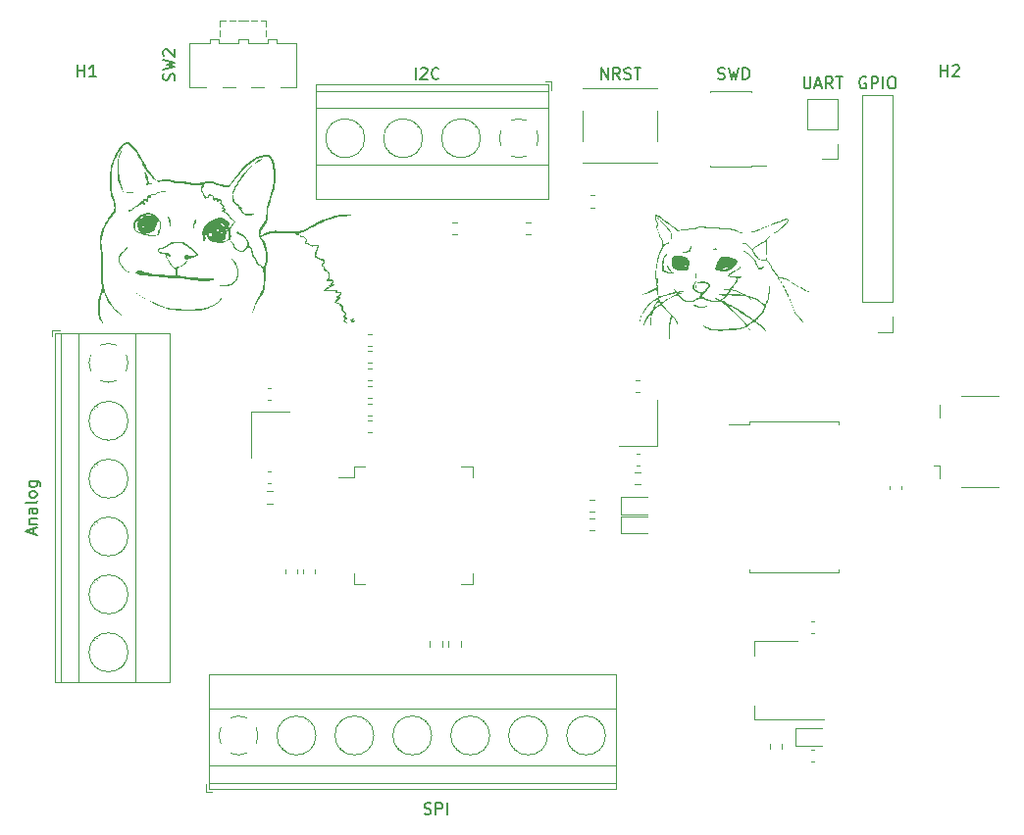
<source format=gbr>
%TF.GenerationSoftware,KiCad,Pcbnew,7.0.7*%
%TF.CreationDate,2023-11-02T23:53:28-05:00*%
%TF.ProjectId,STM32F030,53544d33-3246-4303-9330-2e6b69636164,rev?*%
%TF.SameCoordinates,Original*%
%TF.FileFunction,Legend,Top*%
%TF.FilePolarity,Positive*%
%FSLAX46Y46*%
G04 Gerber Fmt 4.6, Leading zero omitted, Abs format (unit mm)*
G04 Created by KiCad (PCBNEW 7.0.7) date 2023-11-02 23:53:28*
%MOMM*%
%LPD*%
G01*
G04 APERTURE LIST*
%ADD10C,0.150000*%
%ADD11C,0.120000*%
G04 APERTURE END LIST*
D10*
X101631845Y-62136069D02*
X101631845Y-61136069D01*
X101631845Y-61612259D02*
X102203273Y-61612259D01*
X102203273Y-62136069D02*
X102203273Y-61136069D01*
X103203273Y-62136069D02*
X102631845Y-62136069D01*
X102917559Y-62136069D02*
X102917559Y-61136069D01*
X102917559Y-61136069D02*
X102822321Y-61278926D01*
X102822321Y-61278926D02*
X102727083Y-61374164D01*
X102727083Y-61374164D02*
X102631845Y-61421783D01*
X164298512Y-62161069D02*
X164298512Y-62970592D01*
X164298512Y-62970592D02*
X164346131Y-63065830D01*
X164346131Y-63065830D02*
X164393750Y-63113450D01*
X164393750Y-63113450D02*
X164488988Y-63161069D01*
X164488988Y-63161069D02*
X164679464Y-63161069D01*
X164679464Y-63161069D02*
X164774702Y-63113450D01*
X164774702Y-63113450D02*
X164822321Y-63065830D01*
X164822321Y-63065830D02*
X164869940Y-62970592D01*
X164869940Y-62970592D02*
X164869940Y-62161069D01*
X165298512Y-62875354D02*
X165774702Y-62875354D01*
X165203274Y-63161069D02*
X165536607Y-62161069D01*
X165536607Y-62161069D02*
X165869940Y-63161069D01*
X166774702Y-63161069D02*
X166441369Y-62684878D01*
X166203274Y-63161069D02*
X166203274Y-62161069D01*
X166203274Y-62161069D02*
X166584226Y-62161069D01*
X166584226Y-62161069D02*
X166679464Y-62208688D01*
X166679464Y-62208688D02*
X166727083Y-62256307D01*
X166727083Y-62256307D02*
X166774702Y-62351545D01*
X166774702Y-62351545D02*
X166774702Y-62494402D01*
X166774702Y-62494402D02*
X166727083Y-62589640D01*
X166727083Y-62589640D02*
X166679464Y-62637259D01*
X166679464Y-62637259D02*
X166584226Y-62684878D01*
X166584226Y-62684878D02*
X166203274Y-62684878D01*
X167060417Y-62161069D02*
X167631845Y-62161069D01*
X167346131Y-63161069D02*
X167346131Y-62161069D01*
X146788393Y-62367319D02*
X146788393Y-61367319D01*
X146788393Y-61367319D02*
X147359821Y-62367319D01*
X147359821Y-62367319D02*
X147359821Y-61367319D01*
X148407440Y-62367319D02*
X148074107Y-61891128D01*
X147836012Y-62367319D02*
X147836012Y-61367319D01*
X147836012Y-61367319D02*
X148216964Y-61367319D01*
X148216964Y-61367319D02*
X148312202Y-61414938D01*
X148312202Y-61414938D02*
X148359821Y-61462557D01*
X148359821Y-61462557D02*
X148407440Y-61557795D01*
X148407440Y-61557795D02*
X148407440Y-61700652D01*
X148407440Y-61700652D02*
X148359821Y-61795890D01*
X148359821Y-61795890D02*
X148312202Y-61843509D01*
X148312202Y-61843509D02*
X148216964Y-61891128D01*
X148216964Y-61891128D02*
X147836012Y-61891128D01*
X148788393Y-62319700D02*
X148931250Y-62367319D01*
X148931250Y-62367319D02*
X149169345Y-62367319D01*
X149169345Y-62367319D02*
X149264583Y-62319700D01*
X149264583Y-62319700D02*
X149312202Y-62272080D01*
X149312202Y-62272080D02*
X149359821Y-62176842D01*
X149359821Y-62176842D02*
X149359821Y-62081604D01*
X149359821Y-62081604D02*
X149312202Y-61986366D01*
X149312202Y-61986366D02*
X149264583Y-61938747D01*
X149264583Y-61938747D02*
X149169345Y-61891128D01*
X149169345Y-61891128D02*
X148978869Y-61843509D01*
X148978869Y-61843509D02*
X148883631Y-61795890D01*
X148883631Y-61795890D02*
X148836012Y-61748271D01*
X148836012Y-61748271D02*
X148788393Y-61653033D01*
X148788393Y-61653033D02*
X148788393Y-61557795D01*
X148788393Y-61557795D02*
X148836012Y-61462557D01*
X148836012Y-61462557D02*
X148883631Y-61414938D01*
X148883631Y-61414938D02*
X148978869Y-61367319D01*
X148978869Y-61367319D02*
X149216964Y-61367319D01*
X149216964Y-61367319D02*
X149359821Y-61414938D01*
X149645536Y-61367319D02*
X150216964Y-61367319D01*
X149931250Y-62367319D02*
X149931250Y-61367319D01*
X169656250Y-62208688D02*
X169561012Y-62161069D01*
X169561012Y-62161069D02*
X169418155Y-62161069D01*
X169418155Y-62161069D02*
X169275298Y-62208688D01*
X169275298Y-62208688D02*
X169180060Y-62303926D01*
X169180060Y-62303926D02*
X169132441Y-62399164D01*
X169132441Y-62399164D02*
X169084822Y-62589640D01*
X169084822Y-62589640D02*
X169084822Y-62732497D01*
X169084822Y-62732497D02*
X169132441Y-62922973D01*
X169132441Y-62922973D02*
X169180060Y-63018211D01*
X169180060Y-63018211D02*
X169275298Y-63113450D01*
X169275298Y-63113450D02*
X169418155Y-63161069D01*
X169418155Y-63161069D02*
X169513393Y-63161069D01*
X169513393Y-63161069D02*
X169656250Y-63113450D01*
X169656250Y-63113450D02*
X169703869Y-63065830D01*
X169703869Y-63065830D02*
X169703869Y-62732497D01*
X169703869Y-62732497D02*
X169513393Y-62732497D01*
X170132441Y-63161069D02*
X170132441Y-62161069D01*
X170132441Y-62161069D02*
X170513393Y-62161069D01*
X170513393Y-62161069D02*
X170608631Y-62208688D01*
X170608631Y-62208688D02*
X170656250Y-62256307D01*
X170656250Y-62256307D02*
X170703869Y-62351545D01*
X170703869Y-62351545D02*
X170703869Y-62494402D01*
X170703869Y-62494402D02*
X170656250Y-62589640D01*
X170656250Y-62589640D02*
X170608631Y-62637259D01*
X170608631Y-62637259D02*
X170513393Y-62684878D01*
X170513393Y-62684878D02*
X170132441Y-62684878D01*
X171132441Y-63161069D02*
X171132441Y-62161069D01*
X171799107Y-62161069D02*
X171989583Y-62161069D01*
X171989583Y-62161069D02*
X172084821Y-62208688D01*
X172084821Y-62208688D02*
X172180059Y-62303926D01*
X172180059Y-62303926D02*
X172227678Y-62494402D01*
X172227678Y-62494402D02*
X172227678Y-62827735D01*
X172227678Y-62827735D02*
X172180059Y-63018211D01*
X172180059Y-63018211D02*
X172084821Y-63113450D01*
X172084821Y-63113450D02*
X171989583Y-63161069D01*
X171989583Y-63161069D02*
X171799107Y-63161069D01*
X171799107Y-63161069D02*
X171703869Y-63113450D01*
X171703869Y-63113450D02*
X171608631Y-63018211D01*
X171608631Y-63018211D02*
X171561012Y-62827735D01*
X171561012Y-62827735D02*
X171561012Y-62494402D01*
X171561012Y-62494402D02*
X171608631Y-62303926D01*
X171608631Y-62303926D02*
X171703869Y-62208688D01*
X171703869Y-62208688D02*
X171799107Y-62161069D01*
X97800354Y-101684523D02*
X97800354Y-101208333D01*
X98086069Y-101779761D02*
X97086069Y-101446428D01*
X97086069Y-101446428D02*
X98086069Y-101113095D01*
X97419402Y-100779761D02*
X98086069Y-100779761D01*
X97514640Y-100779761D02*
X97467021Y-100732142D01*
X97467021Y-100732142D02*
X97419402Y-100636904D01*
X97419402Y-100636904D02*
X97419402Y-100494047D01*
X97419402Y-100494047D02*
X97467021Y-100398809D01*
X97467021Y-100398809D02*
X97562259Y-100351190D01*
X97562259Y-100351190D02*
X98086069Y-100351190D01*
X98086069Y-99446428D02*
X97562259Y-99446428D01*
X97562259Y-99446428D02*
X97467021Y-99494047D01*
X97467021Y-99494047D02*
X97419402Y-99589285D01*
X97419402Y-99589285D02*
X97419402Y-99779761D01*
X97419402Y-99779761D02*
X97467021Y-99874999D01*
X98038450Y-99446428D02*
X98086069Y-99541666D01*
X98086069Y-99541666D02*
X98086069Y-99779761D01*
X98086069Y-99779761D02*
X98038450Y-99874999D01*
X98038450Y-99874999D02*
X97943211Y-99922618D01*
X97943211Y-99922618D02*
X97847973Y-99922618D01*
X97847973Y-99922618D02*
X97752735Y-99874999D01*
X97752735Y-99874999D02*
X97705116Y-99779761D01*
X97705116Y-99779761D02*
X97705116Y-99541666D01*
X97705116Y-99541666D02*
X97657497Y-99446428D01*
X98086069Y-98827380D02*
X98038450Y-98922618D01*
X98038450Y-98922618D02*
X97943211Y-98970237D01*
X97943211Y-98970237D02*
X97086069Y-98970237D01*
X98086069Y-98303570D02*
X98038450Y-98398808D01*
X98038450Y-98398808D02*
X97990830Y-98446427D01*
X97990830Y-98446427D02*
X97895592Y-98494046D01*
X97895592Y-98494046D02*
X97609878Y-98494046D01*
X97609878Y-98494046D02*
X97514640Y-98446427D01*
X97514640Y-98446427D02*
X97467021Y-98398808D01*
X97467021Y-98398808D02*
X97419402Y-98303570D01*
X97419402Y-98303570D02*
X97419402Y-98160713D01*
X97419402Y-98160713D02*
X97467021Y-98065475D01*
X97467021Y-98065475D02*
X97514640Y-98017856D01*
X97514640Y-98017856D02*
X97609878Y-97970237D01*
X97609878Y-97970237D02*
X97895592Y-97970237D01*
X97895592Y-97970237D02*
X97990830Y-98017856D01*
X97990830Y-98017856D02*
X98038450Y-98065475D01*
X98038450Y-98065475D02*
X98086069Y-98160713D01*
X98086069Y-98160713D02*
X98086069Y-98303570D01*
X97419402Y-97113094D02*
X98228926Y-97113094D01*
X98228926Y-97113094D02*
X98324164Y-97160713D01*
X98324164Y-97160713D02*
X98371783Y-97208332D01*
X98371783Y-97208332D02*
X98419402Y-97303570D01*
X98419402Y-97303570D02*
X98419402Y-97446427D01*
X98419402Y-97446427D02*
X98371783Y-97541665D01*
X98038450Y-97113094D02*
X98086069Y-97208332D01*
X98086069Y-97208332D02*
X98086069Y-97398808D01*
X98086069Y-97398808D02*
X98038450Y-97494046D01*
X98038450Y-97494046D02*
X97990830Y-97541665D01*
X97990830Y-97541665D02*
X97895592Y-97589284D01*
X97895592Y-97589284D02*
X97609878Y-97589284D01*
X97609878Y-97589284D02*
X97514640Y-97541665D01*
X97514640Y-97541665D02*
X97467021Y-97494046D01*
X97467021Y-97494046D02*
X97419402Y-97398808D01*
X97419402Y-97398808D02*
X97419402Y-97208332D01*
X97419402Y-97208332D02*
X97467021Y-97113094D01*
X176134789Y-62136069D02*
X176134789Y-61136069D01*
X176134789Y-61612259D02*
X176706217Y-61612259D01*
X176706217Y-62136069D02*
X176706217Y-61136069D01*
X177134789Y-61231307D02*
X177182408Y-61183688D01*
X177182408Y-61183688D02*
X177277646Y-61136069D01*
X177277646Y-61136069D02*
X177515741Y-61136069D01*
X177515741Y-61136069D02*
X177610979Y-61183688D01*
X177610979Y-61183688D02*
X177658598Y-61231307D01*
X177658598Y-61231307D02*
X177706217Y-61326545D01*
X177706217Y-61326545D02*
X177706217Y-61421783D01*
X177706217Y-61421783D02*
X177658598Y-61564640D01*
X177658598Y-61564640D02*
X177087170Y-62136069D01*
X177087170Y-62136069D02*
X177706217Y-62136069D01*
X109944700Y-62452082D02*
X109992319Y-62309225D01*
X109992319Y-62309225D02*
X109992319Y-62071130D01*
X109992319Y-62071130D02*
X109944700Y-61975892D01*
X109944700Y-61975892D02*
X109897080Y-61928273D01*
X109897080Y-61928273D02*
X109801842Y-61880654D01*
X109801842Y-61880654D02*
X109706604Y-61880654D01*
X109706604Y-61880654D02*
X109611366Y-61928273D01*
X109611366Y-61928273D02*
X109563747Y-61975892D01*
X109563747Y-61975892D02*
X109516128Y-62071130D01*
X109516128Y-62071130D02*
X109468509Y-62261606D01*
X109468509Y-62261606D02*
X109420890Y-62356844D01*
X109420890Y-62356844D02*
X109373271Y-62404463D01*
X109373271Y-62404463D02*
X109278033Y-62452082D01*
X109278033Y-62452082D02*
X109182795Y-62452082D01*
X109182795Y-62452082D02*
X109087557Y-62404463D01*
X109087557Y-62404463D02*
X109039938Y-62356844D01*
X109039938Y-62356844D02*
X108992319Y-62261606D01*
X108992319Y-62261606D02*
X108992319Y-62023511D01*
X108992319Y-62023511D02*
X109039938Y-61880654D01*
X108992319Y-61547320D02*
X109992319Y-61309225D01*
X109992319Y-61309225D02*
X109278033Y-61118749D01*
X109278033Y-61118749D02*
X109992319Y-60928273D01*
X109992319Y-60928273D02*
X108992319Y-60690178D01*
X109087557Y-60356844D02*
X109039938Y-60309225D01*
X109039938Y-60309225D02*
X108992319Y-60213987D01*
X108992319Y-60213987D02*
X108992319Y-59975892D01*
X108992319Y-59975892D02*
X109039938Y-59880654D01*
X109039938Y-59880654D02*
X109087557Y-59833035D01*
X109087557Y-59833035D02*
X109182795Y-59785416D01*
X109182795Y-59785416D02*
X109278033Y-59785416D01*
X109278033Y-59785416D02*
X109420890Y-59833035D01*
X109420890Y-59833035D02*
X109992319Y-60404463D01*
X109992319Y-60404463D02*
X109992319Y-59785416D01*
X156892857Y-62332200D02*
X157035714Y-62379819D01*
X157035714Y-62379819D02*
X157273809Y-62379819D01*
X157273809Y-62379819D02*
X157369047Y-62332200D01*
X157369047Y-62332200D02*
X157416666Y-62284580D01*
X157416666Y-62284580D02*
X157464285Y-62189342D01*
X157464285Y-62189342D02*
X157464285Y-62094104D01*
X157464285Y-62094104D02*
X157416666Y-61998866D01*
X157416666Y-61998866D02*
X157369047Y-61951247D01*
X157369047Y-61951247D02*
X157273809Y-61903628D01*
X157273809Y-61903628D02*
X157083333Y-61856009D01*
X157083333Y-61856009D02*
X156988095Y-61808390D01*
X156988095Y-61808390D02*
X156940476Y-61760771D01*
X156940476Y-61760771D02*
X156892857Y-61665533D01*
X156892857Y-61665533D02*
X156892857Y-61570295D01*
X156892857Y-61570295D02*
X156940476Y-61475057D01*
X156940476Y-61475057D02*
X156988095Y-61427438D01*
X156988095Y-61427438D02*
X157083333Y-61379819D01*
X157083333Y-61379819D02*
X157321428Y-61379819D01*
X157321428Y-61379819D02*
X157464285Y-61427438D01*
X157797619Y-61379819D02*
X158035714Y-62379819D01*
X158035714Y-62379819D02*
X158226190Y-61665533D01*
X158226190Y-61665533D02*
X158416666Y-62379819D01*
X158416666Y-62379819D02*
X158654762Y-61379819D01*
X159035714Y-62379819D02*
X159035714Y-61379819D01*
X159035714Y-61379819D02*
X159273809Y-61379819D01*
X159273809Y-61379819D02*
X159416666Y-61427438D01*
X159416666Y-61427438D02*
X159511904Y-61522676D01*
X159511904Y-61522676D02*
X159559523Y-61617914D01*
X159559523Y-61617914D02*
X159607142Y-61808390D01*
X159607142Y-61808390D02*
X159607142Y-61951247D01*
X159607142Y-61951247D02*
X159559523Y-62141723D01*
X159559523Y-62141723D02*
X159511904Y-62236961D01*
X159511904Y-62236961D02*
X159416666Y-62332200D01*
X159416666Y-62332200D02*
X159273809Y-62379819D01*
X159273809Y-62379819D02*
X159035714Y-62379819D01*
X131532441Y-125819700D02*
X131675298Y-125867319D01*
X131675298Y-125867319D02*
X131913393Y-125867319D01*
X131913393Y-125867319D02*
X132008631Y-125819700D01*
X132008631Y-125819700D02*
X132056250Y-125772080D01*
X132056250Y-125772080D02*
X132103869Y-125676842D01*
X132103869Y-125676842D02*
X132103869Y-125581604D01*
X132103869Y-125581604D02*
X132056250Y-125486366D01*
X132056250Y-125486366D02*
X132008631Y-125438747D01*
X132008631Y-125438747D02*
X131913393Y-125391128D01*
X131913393Y-125391128D02*
X131722917Y-125343509D01*
X131722917Y-125343509D02*
X131627679Y-125295890D01*
X131627679Y-125295890D02*
X131580060Y-125248271D01*
X131580060Y-125248271D02*
X131532441Y-125153033D01*
X131532441Y-125153033D02*
X131532441Y-125057795D01*
X131532441Y-125057795D02*
X131580060Y-124962557D01*
X131580060Y-124962557D02*
X131627679Y-124914938D01*
X131627679Y-124914938D02*
X131722917Y-124867319D01*
X131722917Y-124867319D02*
X131961012Y-124867319D01*
X131961012Y-124867319D02*
X132103869Y-124914938D01*
X132532441Y-125867319D02*
X132532441Y-124867319D01*
X132532441Y-124867319D02*
X132913393Y-124867319D01*
X132913393Y-124867319D02*
X133008631Y-124914938D01*
X133008631Y-124914938D02*
X133056250Y-124962557D01*
X133056250Y-124962557D02*
X133103869Y-125057795D01*
X133103869Y-125057795D02*
X133103869Y-125200652D01*
X133103869Y-125200652D02*
X133056250Y-125295890D01*
X133056250Y-125295890D02*
X133008631Y-125343509D01*
X133008631Y-125343509D02*
X132913393Y-125391128D01*
X132913393Y-125391128D02*
X132532441Y-125391128D01*
X133532441Y-125867319D02*
X133532441Y-124867319D01*
X130786310Y-62367319D02*
X130786310Y-61367319D01*
X131214881Y-61462557D02*
X131262500Y-61414938D01*
X131262500Y-61414938D02*
X131357738Y-61367319D01*
X131357738Y-61367319D02*
X131595833Y-61367319D01*
X131595833Y-61367319D02*
X131691071Y-61414938D01*
X131691071Y-61414938D02*
X131738690Y-61462557D01*
X131738690Y-61462557D02*
X131786309Y-61557795D01*
X131786309Y-61557795D02*
X131786309Y-61653033D01*
X131786309Y-61653033D02*
X131738690Y-61795890D01*
X131738690Y-61795890D02*
X131167262Y-62367319D01*
X131167262Y-62367319D02*
X131786309Y-62367319D01*
X132786309Y-62272080D02*
X132738690Y-62319700D01*
X132738690Y-62319700D02*
X132595833Y-62367319D01*
X132595833Y-62367319D02*
X132500595Y-62367319D01*
X132500595Y-62367319D02*
X132357738Y-62319700D01*
X132357738Y-62319700D02*
X132262500Y-62224461D01*
X132262500Y-62224461D02*
X132214881Y-62129223D01*
X132214881Y-62129223D02*
X132167262Y-61938747D01*
X132167262Y-61938747D02*
X132167262Y-61795890D01*
X132167262Y-61795890D02*
X132214881Y-61605414D01*
X132214881Y-61605414D02*
X132262500Y-61510176D01*
X132262500Y-61510176D02*
X132357738Y-61414938D01*
X132357738Y-61414938D02*
X132500595Y-61367319D01*
X132500595Y-61367319D02*
X132595833Y-61367319D01*
X132595833Y-61367319D02*
X132738690Y-61414938D01*
X132738690Y-61414938D02*
X132786309Y-61462557D01*
D11*
%TO.C,C15*%
X165190580Y-110191250D02*
X164909420Y-110191250D01*
X165190580Y-109171250D02*
X164909420Y-109171250D01*
%TO.C,R3*%
X145750242Y-100283750D02*
X146224758Y-100283750D01*
X145750242Y-101328750D02*
X146224758Y-101328750D01*
%TO.C,UART*%
X167223750Y-69280000D02*
X165893750Y-69280000D01*
X167223750Y-67950000D02*
X167223750Y-69280000D01*
X167223750Y-66680000D02*
X167223750Y-64080000D01*
X167223750Y-66680000D02*
X164563750Y-66680000D01*
X167223750Y-64080000D02*
X164563750Y-64080000D01*
X164563750Y-66680000D02*
X164563750Y-64080000D01*
%TO.C,NRST*%
X145190000Y-63145000D02*
X151650000Y-63145000D01*
X145190000Y-63175000D02*
X145190000Y-63145000D01*
X145190000Y-65075000D02*
X145190000Y-67675000D01*
X145190000Y-69605000D02*
X145190000Y-69575000D01*
X145190000Y-69605000D02*
X151650000Y-69605000D01*
X151650000Y-63145000D02*
X151650000Y-63175000D01*
X151650000Y-65075000D02*
X151650000Y-67675000D01*
X151650000Y-69605000D02*
X151650000Y-69575000D01*
%TO.C,GPIO*%
X171986250Y-84197500D02*
X170656250Y-84197500D01*
X171986250Y-82867500D02*
X171986250Y-84197500D01*
X171986250Y-81597500D02*
X171986250Y-63757500D01*
X171986250Y-81597500D02*
X169326250Y-81597500D01*
X171986250Y-63757500D02*
X169326250Y-63757500D01*
X169326250Y-81597500D02*
X169326250Y-63757500D01*
%TO.C,U1*%
X125465000Y-95790000D02*
X125465000Y-96740000D01*
X125465000Y-96740000D02*
X124125000Y-96740000D01*
X125465000Y-106010000D02*
X125465000Y-105060000D01*
X126415000Y-95790000D02*
X125465000Y-95790000D01*
X126415000Y-106010000D02*
X125465000Y-106010000D01*
X134735000Y-95790000D02*
X135685000Y-95790000D01*
X134735000Y-106010000D02*
X135685000Y-106010000D01*
X135685000Y-95790000D02*
X135685000Y-96740000D01*
X135685000Y-106010000D02*
X135685000Y-105060000D01*
%TO.C,C14*%
X150078080Y-89410000D02*
X149796920Y-89410000D01*
X150078080Y-88390000D02*
X149796920Y-88390000D01*
%TO.C,R7*%
X145750242Y-98696250D02*
X146224758Y-98696250D01*
X145750242Y-99741250D02*
X146224758Y-99741250D01*
%TO.C,C2*%
X126684420Y-90365000D02*
X126965580Y-90365000D01*
X126684420Y-91385000D02*
X126965580Y-91385000D01*
%TO.C,Analog*%
X100110000Y-84075000D02*
X99370000Y-84075000D01*
X99370000Y-84075000D02*
X99370000Y-84575000D01*
X109531000Y-84315000D02*
X99610000Y-84315000D01*
X109531000Y-84315000D02*
X109531000Y-114435000D01*
X106571000Y-84315000D02*
X106571000Y-114435000D01*
X101670000Y-84315000D02*
X101670000Y-114435000D01*
X100170000Y-84315000D02*
X100170000Y-114435000D01*
X99610000Y-84315000D02*
X99610000Y-114435000D01*
X103247000Y-90648000D02*
X103201000Y-90601000D01*
X103031000Y-90841000D02*
X102996000Y-90806000D01*
X105545000Y-92945000D02*
X105509000Y-92910000D01*
X105339000Y-93150000D02*
X105293000Y-93103000D01*
X103247000Y-95648000D02*
X103201000Y-95601000D01*
X103031000Y-95841000D02*
X102996000Y-95806000D01*
X105545000Y-97945000D02*
X105509000Y-97910000D01*
X105339000Y-98150000D02*
X105293000Y-98103000D01*
X103247000Y-100648000D02*
X103201000Y-100601000D01*
X103031000Y-100841000D02*
X102996000Y-100806000D01*
X105545000Y-102945000D02*
X105509000Y-102910000D01*
X105339000Y-103150000D02*
X105293000Y-103103000D01*
X103247000Y-105648000D02*
X103201000Y-105601000D01*
X103031000Y-105841000D02*
X102996000Y-105806000D01*
X105545000Y-107945000D02*
X105509000Y-107910000D01*
X105339000Y-108150000D02*
X105293000Y-108103000D01*
X103247000Y-110648000D02*
X103201000Y-110601000D01*
X103031000Y-110841000D02*
X102996000Y-110806000D01*
X105545000Y-112945000D02*
X105509000Y-112910000D01*
X105339000Y-113150000D02*
X105293000Y-113103000D01*
X109531000Y-114435000D02*
X99610000Y-114435000D01*
X104953999Y-85340001D02*
G75*
G03*
X103586958Y-85339574I-684000J-1534992D01*
G01*
X105804999Y-87558999D02*
G75*
G03*
X105805426Y-86191958I-1534992J684000D01*
G01*
X102735001Y-86191000D02*
G75*
G03*
X102589748Y-86903805I1535000J-683999D01*
G01*
X102590001Y-86875000D02*
G75*
G03*
X102735245Y-87558318I1679999J0D01*
G01*
X103586000Y-88410000D02*
G75*
G03*
X104953042Y-88410426I684000J1535000D01*
G01*
X105950000Y-91875000D02*
G75*
G03*
X105950000Y-91875000I-1680000J0D01*
G01*
X105950000Y-96875000D02*
G75*
G03*
X105950000Y-96875000I-1680000J0D01*
G01*
X105950000Y-101875000D02*
G75*
G03*
X105950000Y-101875000I-1680000J0D01*
G01*
X105950000Y-106875000D02*
G75*
G03*
X105950000Y-106875000I-1680000J0D01*
G01*
X105950000Y-111875000D02*
G75*
G03*
X105950000Y-111875000I-1680000J0D01*
G01*
%TO.C,G\u002A\u002A\u002A*%
G36*
X125482729Y-83330000D02*
G01*
X125462697Y-83350000D01*
X125442665Y-83330000D01*
X125462697Y-83310000D01*
X125482729Y-83330000D01*
G37*
G36*
X125063834Y-83189832D02*
G01*
X125057484Y-83206944D01*
X125046859Y-83261901D01*
X125087107Y-83261202D01*
X125093891Y-83258691D01*
X125160541Y-83254226D01*
X125181626Y-83268983D01*
X125185960Y-83314358D01*
X125140646Y-83326263D01*
X125070743Y-83300152D01*
X125057952Y-83291411D01*
X125007707Y-83240365D01*
X125023833Y-83193915D01*
X125034392Y-83182692D01*
X125070015Y-83154015D01*
X125063834Y-83189832D01*
G37*
G36*
X106281080Y-72088264D02*
G01*
X106393156Y-72098158D01*
X106449534Y-72112965D01*
X106452760Y-72117852D01*
X106440142Y-72147033D01*
X106393025Y-72168037D01*
X106297512Y-72184029D01*
X106139709Y-72198174D01*
X106082176Y-72202255D01*
X105937168Y-72209641D01*
X105854976Y-72204855D01*
X105818821Y-72184905D01*
X105811751Y-72154011D01*
X105823033Y-72120201D01*
X105867087Y-72099676D01*
X105959220Y-72089151D01*
X106114740Y-72085339D01*
X106132255Y-72085214D01*
X106281080Y-72088264D01*
G37*
G36*
X109416732Y-74184280D02*
G01*
X109477824Y-74230281D01*
X109562413Y-74354959D01*
X109623101Y-74538719D01*
X109654576Y-74762824D01*
X109657807Y-74865352D01*
X109651193Y-75007493D01*
X109632949Y-75072259D01*
X109605478Y-75061040D01*
X109571180Y-74975224D01*
X109532456Y-74816201D01*
X109527127Y-74789743D01*
X109489015Y-74620731D01*
X109446002Y-74466480D01*
X109406545Y-74356853D01*
X109401532Y-74346256D01*
X109361449Y-74238480D01*
X109368270Y-74181821D01*
X109416732Y-74184280D01*
G37*
G36*
X111876703Y-74509461D02*
G01*
X111878576Y-74583445D01*
X111857628Y-74635705D01*
X111820976Y-74717319D01*
X111769290Y-74849855D01*
X111712274Y-75008142D01*
X111697913Y-75050000D01*
X111640368Y-75208461D01*
X111599029Y-75294659D01*
X111570921Y-75314005D01*
X111560651Y-75299698D01*
X111549530Y-75202208D01*
X111565110Y-75057195D01*
X111600874Y-74889940D01*
X111650308Y-74725722D01*
X111706897Y-74589822D01*
X111764124Y-74507520D01*
X111765013Y-74506773D01*
X111834495Y-74477843D01*
X111876703Y-74509461D01*
G37*
G36*
X107497636Y-70426608D02*
G01*
X107552791Y-70525149D01*
X107608504Y-70668700D01*
X107658308Y-70840337D01*
X107695733Y-71023137D01*
X107698603Y-71041768D01*
X107745021Y-71353368D01*
X107925888Y-71326288D01*
X108040669Y-71315266D01*
X108083410Y-71328132D01*
X108080086Y-71342293D01*
X108027035Y-71374049D01*
X107924966Y-71403181D01*
X107876762Y-71411827D01*
X107764931Y-71439485D01*
X107691063Y-71478029D01*
X107678638Y-71494138D01*
X107631727Y-71537803D01*
X107561901Y-71548061D01*
X107505973Y-71524762D01*
X107494400Y-71494897D01*
X107522693Y-71425656D01*
X107557886Y-71387189D01*
X107597448Y-71304928D01*
X107596273Y-71165507D01*
X107555851Y-70979752D01*
X107477677Y-70758491D01*
X107468044Y-70735311D01*
X107407244Y-70563132D01*
X107393247Y-70448385D01*
X107426215Y-70394132D01*
X107449506Y-70390000D01*
X107497636Y-70426608D01*
G37*
G36*
X105364821Y-68635031D02*
G01*
X105323311Y-68777953D01*
X105307624Y-68824081D01*
X105187953Y-69280535D01*
X105130850Y-69774170D01*
X105135918Y-70292692D01*
X105202759Y-70823804D01*
X105330979Y-71355211D01*
X105395622Y-71554402D01*
X105460043Y-71745332D01*
X105511076Y-71908385D01*
X105544544Y-72029247D01*
X105556267Y-72093605D01*
X105554839Y-72099839D01*
X105529005Y-72077033D01*
X105480078Y-71996405D01*
X105417090Y-71873423D01*
X105393603Y-71823689D01*
X105308085Y-71628339D01*
X105217805Y-71405616D01*
X105143619Y-71207349D01*
X105102369Y-71085479D01*
X105072742Y-70979691D01*
X105052821Y-70872887D01*
X105040691Y-70747973D01*
X105034436Y-70587852D01*
X105032142Y-70375429D01*
X105031868Y-70210000D01*
X105035478Y-69879952D01*
X105048235Y-69611424D01*
X105072825Y-69386193D01*
X105111932Y-69186040D01*
X105168243Y-68992743D01*
X105239665Y-68800000D01*
X105307163Y-68645611D01*
X105353012Y-68567536D01*
X105373476Y-68564451D01*
X105364821Y-68635031D01*
G37*
G36*
X115015890Y-77928864D02*
G01*
X115109433Y-78024076D01*
X115303144Y-78288361D01*
X115433652Y-78567997D01*
X115503413Y-78853522D01*
X115514885Y-79135477D01*
X115470522Y-79404400D01*
X115372783Y-79650831D01*
X115224123Y-79865309D01*
X115026998Y-80038374D01*
X114783866Y-80160565D01*
X114539863Y-80217744D01*
X114364279Y-80233564D01*
X114184322Y-80239862D01*
X114084779Y-80237600D01*
X113937618Y-80223840D01*
X113867138Y-80206782D01*
X113870050Y-80188108D01*
X113943062Y-80169496D01*
X114082887Y-80152628D01*
X114276523Y-80139654D01*
X114502294Y-80125110D01*
X114666404Y-80105195D01*
X114787289Y-80076725D01*
X114883384Y-80036517D01*
X114888029Y-80034056D01*
X115006568Y-79950316D01*
X115132271Y-79830550D01*
X115242548Y-79699476D01*
X115314812Y-79581810D01*
X115324642Y-79556288D01*
X115394589Y-79223978D01*
X115389060Y-78901370D01*
X115306922Y-78582730D01*
X115147043Y-78262323D01*
X115036468Y-78098120D01*
X114953865Y-77970975D01*
X114925754Y-77897490D01*
X114947855Y-77882006D01*
X115015890Y-77928864D01*
G37*
G36*
X106078985Y-76736863D02*
G01*
X106024001Y-76810981D01*
X105928952Y-76922647D01*
X105801934Y-77062153D01*
X105719266Y-77149436D01*
X105528041Y-77352602D01*
X105389102Y-77513776D01*
X105296600Y-77646013D01*
X105244684Y-77762373D01*
X105227503Y-77875914D01*
X105239209Y-77999694D01*
X105273380Y-78144676D01*
X105318226Y-78288768D01*
X105372352Y-78401158D01*
X105452545Y-78508808D01*
X105575591Y-78638683D01*
X105589612Y-78652653D01*
X105718966Y-78772846D01*
X105844706Y-78875677D01*
X105944215Y-78942989D01*
X105963063Y-78952460D01*
X106048874Y-78998074D01*
X106091240Y-79035674D01*
X106092192Y-79039764D01*
X106062048Y-79068491D01*
X105986360Y-79059259D01*
X105887243Y-79016964D01*
X105831782Y-78982113D01*
X105569671Y-78763481D01*
X105362730Y-78522826D01*
X105217659Y-78270603D01*
X105141163Y-78017261D01*
X105130710Y-77888900D01*
X105145982Y-77730076D01*
X105186455Y-77605688D01*
X105196391Y-77588900D01*
X105258694Y-77509408D01*
X105358847Y-77397275D01*
X105484584Y-77264623D01*
X105623636Y-77123576D01*
X105763733Y-76986256D01*
X105892609Y-76864787D01*
X105997994Y-76771293D01*
X106067621Y-76717897D01*
X106085805Y-76710000D01*
X106078985Y-76736863D01*
G37*
G36*
X125445285Y-83059819D02*
G01*
X125468728Y-83079743D01*
X125469853Y-83103273D01*
X125448856Y-83093819D01*
X125411181Y-83099335D01*
X125402602Y-83146383D01*
X125422198Y-83205827D01*
X125458645Y-83206017D01*
X125523439Y-83210496D01*
X125541135Y-83227273D01*
X125534024Y-83264102D01*
X125507115Y-83270000D01*
X125438664Y-83301191D01*
X125405811Y-83340000D01*
X125373533Y-83386300D01*
X125361945Y-83358095D01*
X125359764Y-83330000D01*
X125352627Y-83284854D01*
X125337480Y-83312398D01*
X125326236Y-83350000D01*
X125297920Y-83450000D01*
X125265802Y-83350000D01*
X125243037Y-83264042D01*
X125238017Y-83220000D01*
X125209715Y-83193467D01*
X125182255Y-83190000D01*
X125128963Y-83166976D01*
X125123093Y-83150000D01*
X125328802Y-83150000D01*
X125335098Y-83206785D01*
X125349009Y-83200000D01*
X125354301Y-83118106D01*
X125349009Y-83100000D01*
X125334386Y-83094975D01*
X125328802Y-83150000D01*
X125123093Y-83150000D01*
X125122161Y-83147304D01*
X125153611Y-83123007D01*
X125207304Y-83131589D01*
X125266855Y-83140037D01*
X125265034Y-83114285D01*
X125259027Y-83072276D01*
X125270033Y-83066939D01*
X125334402Y-83057372D01*
X125372396Y-83050502D01*
X125445285Y-83059819D01*
G37*
G36*
X117508044Y-69262122D02*
G01*
X117510173Y-69268972D01*
X117487504Y-69309349D01*
X117480126Y-69310807D01*
X117461864Y-69317348D01*
X117424686Y-69339820D01*
X117361496Y-69383394D01*
X117265197Y-69453240D01*
X117128693Y-69554531D01*
X116944889Y-69692438D01*
X116706687Y-69872131D01*
X116621150Y-69936781D01*
X116476753Y-70061292D01*
X116334122Y-70208740D01*
X116251646Y-70310506D01*
X116140756Y-70456562D01*
X116018015Y-70606505D01*
X115950133Y-70683724D01*
X115837854Y-70820073D01*
X115710589Y-70997380D01*
X115576291Y-71201880D01*
X115442915Y-71419808D01*
X115318414Y-71637400D01*
X115210741Y-71840892D01*
X115127852Y-72016519D01*
X115077699Y-72150518D01*
X115066325Y-72213176D01*
X115039470Y-72278922D01*
X115026262Y-72290000D01*
X114995285Y-72277148D01*
X114986199Y-72227773D01*
X115007349Y-72123384D01*
X115065560Y-71967119D01*
X115152972Y-71773347D01*
X115261726Y-71556437D01*
X115383964Y-71330759D01*
X115511825Y-71110682D01*
X115637450Y-70910575D01*
X115752981Y-70744808D01*
X115850557Y-70627751D01*
X115873224Y-70605987D01*
X115937835Y-70539586D01*
X116033785Y-70430624D01*
X116143146Y-70299633D01*
X116173245Y-70262407D01*
X116268631Y-70150497D01*
X116375338Y-70041339D01*
X116504504Y-69925458D01*
X116667267Y-69793379D01*
X116874767Y-69635627D01*
X117129574Y-69448934D01*
X117258126Y-69363339D01*
X117375069Y-69298464D01*
X117463882Y-69262121D01*
X117508044Y-69262122D01*
G37*
G36*
X115050517Y-72418874D02*
G01*
X115074489Y-72520780D01*
X115087537Y-72605580D01*
X115116834Y-72754452D01*
X115171093Y-72861510D01*
X115250593Y-72948200D01*
X115331530Y-73031127D01*
X115380338Y-73094075D01*
X115386829Y-73110554D01*
X115419939Y-73148151D01*
X115470357Y-73171077D01*
X115542764Y-73225881D01*
X115594923Y-73315082D01*
X115636481Y-73396526D01*
X115691227Y-73413410D01*
X115714179Y-73407830D01*
X115765190Y-73400057D01*
X115779070Y-73435015D01*
X115767612Y-73516522D01*
X115759985Y-73596950D01*
X115780187Y-73664211D01*
X115839998Y-73741842D01*
X115922053Y-73825052D01*
X116101279Y-74000104D01*
X116465190Y-73982733D01*
X116655214Y-73977336D01*
X116772822Y-73983330D01*
X116824987Y-74001263D01*
X116829101Y-74011349D01*
X116792544Y-74056757D01*
X116696764Y-74095889D01*
X116562600Y-74125715D01*
X116410889Y-74143207D01*
X116262469Y-74145335D01*
X116138178Y-74129070D01*
X116100993Y-74117188D01*
X116030522Y-74072247D01*
X115931658Y-73989671D01*
X115821290Y-73886233D01*
X115716306Y-73778712D01*
X115633597Y-73683882D01*
X115590051Y-73618519D01*
X115587145Y-73606792D01*
X115566225Y-73555628D01*
X115550265Y-73550000D01*
X115517085Y-73515468D01*
X115487432Y-73431906D01*
X115486393Y-73427297D01*
X115447688Y-73333063D01*
X115393067Y-73279645D01*
X115311834Y-73227823D01*
X115206568Y-73134245D01*
X115099338Y-73021941D01*
X115012214Y-72913940D01*
X114968154Y-72836249D01*
X114956601Y-72753400D01*
X114958392Y-72641808D01*
X114970495Y-72525370D01*
X114989879Y-72427988D01*
X115013512Y-72373559D01*
X115027222Y-72370592D01*
X115050517Y-72418874D01*
G37*
G36*
X106501877Y-80607695D02*
G01*
X106600628Y-80680441D01*
X106743217Y-80799848D01*
X106970588Y-80991151D01*
X107173810Y-81144558D01*
X107378264Y-81276557D01*
X107609328Y-81403637D01*
X107869029Y-81531233D01*
X108262100Y-81714174D01*
X108603197Y-81862905D01*
X108908045Y-81980962D01*
X109192366Y-82071885D01*
X109471883Y-82139212D01*
X109762321Y-82186481D01*
X110079403Y-82217229D01*
X110438851Y-82234996D01*
X110856390Y-82243319D01*
X111039984Y-82244779D01*
X111363303Y-82245429D01*
X111620409Y-82242797D01*
X111825174Y-82236142D01*
X111991471Y-82224725D01*
X112133171Y-82207806D01*
X112264148Y-82184647D01*
X112296953Y-82177771D01*
X112733341Y-82070080D01*
X113096123Y-81949619D01*
X113391213Y-81813435D01*
X113624529Y-81658574D01*
X113801983Y-81482082D01*
X113865278Y-81394680D01*
X113953779Y-81268278D01*
X114013586Y-81203573D01*
X114040997Y-81202606D01*
X114032312Y-81267422D01*
X114018666Y-81310042D01*
X113941174Y-81452643D01*
X113811264Y-81610789D01*
X113648443Y-81764768D01*
X113472218Y-81894867D01*
X113396198Y-81939076D01*
X113140181Y-82054829D01*
X112830000Y-82164140D01*
X112491598Y-82258841D01*
X112153335Y-82330346D01*
X112023853Y-82346600D01*
X111842720Y-82360880D01*
X111626096Y-82372796D01*
X111390143Y-82381957D01*
X111151022Y-82387972D01*
X110924892Y-82390451D01*
X110727916Y-82389001D01*
X110576253Y-82383234D01*
X110486065Y-82372757D01*
X110479101Y-82370840D01*
X110425535Y-82362065D01*
X110309339Y-82347678D01*
X110147649Y-82329676D01*
X109958281Y-82310125D01*
X109497830Y-82244750D01*
X109098388Y-82145196D01*
X108796451Y-82031040D01*
X108680168Y-81979619D01*
X108522237Y-81910495D01*
X108354589Y-81837640D01*
X108335725Y-81829478D01*
X107918009Y-81640503D01*
X107564631Y-81461109D01*
X107261822Y-81283038D01*
X106995813Y-81098033D01*
X106752833Y-80897835D01*
X106695657Y-80845908D01*
X106555166Y-80710586D01*
X106477282Y-80624573D01*
X106460141Y-80589674D01*
X106501877Y-80607695D01*
G37*
G36*
X109322392Y-71841779D02*
G01*
X109310397Y-71880758D01*
X109255849Y-71956723D01*
X109207124Y-72013001D01*
X109121230Y-72100527D01*
X109059623Y-72137437D01*
X108995555Y-72134793D01*
X108948295Y-72120039D01*
X108852383Y-72098346D01*
X108783179Y-72124910D01*
X108743597Y-72160548D01*
X108674775Y-72214528D01*
X108621383Y-72208826D01*
X108601000Y-72194031D01*
X108550294Y-72170598D01*
X108502594Y-72206616D01*
X108476150Y-72244076D01*
X108428911Y-72301837D01*
X108368825Y-72329331D01*
X108269477Y-72334698D01*
X108192756Y-72331403D01*
X107974615Y-72319299D01*
X107949734Y-72474649D01*
X107915712Y-72588387D01*
X107864355Y-72625636D01*
X107798896Y-72585183D01*
X107766945Y-72543185D01*
X107730049Y-72492591D01*
X107717616Y-72500938D01*
X107723410Y-72577432D01*
X107726366Y-72603077D01*
X107731739Y-72773389D01*
X107705267Y-72887794D01*
X107651884Y-72940075D01*
X107576525Y-72924019D01*
X107514432Y-72870000D01*
X107439282Y-72802127D01*
X107396559Y-72803389D01*
X107383915Y-72876131D01*
X107394243Y-72990000D01*
X107402861Y-73124617D01*
X107379532Y-73186767D01*
X107321373Y-73178533D01*
X107231490Y-73107654D01*
X107143698Y-73025308D01*
X107117971Y-73127654D01*
X107079260Y-73211387D01*
X107029471Y-73225577D01*
X106993612Y-73190000D01*
X106944440Y-73151686D01*
X106894695Y-73192379D01*
X106857738Y-73274744D01*
X106816839Y-73360084D01*
X106761557Y-73385394D01*
X106712179Y-73380020D01*
X106616837Y-73386187D01*
X106570121Y-73435276D01*
X106513832Y-73496201D01*
X106474168Y-73510000D01*
X106425621Y-73544049D01*
X106405468Y-73600000D01*
X106374773Y-73667870D01*
X106293870Y-73698674D01*
X106262460Y-73702534D01*
X106173774Y-73721167D01*
X106132614Y-73749715D01*
X106132255Y-73752534D01*
X106111024Y-73788896D01*
X106067492Y-73772998D01*
X106036384Y-73726728D01*
X106015020Y-73644215D01*
X106042673Y-73608143D01*
X106131265Y-73608680D01*
X106172318Y-73614639D01*
X106274718Y-73626609D01*
X106320791Y-73612985D01*
X106332439Y-73565498D01*
X106332571Y-73554122D01*
X106369007Y-73468658D01*
X106427265Y-73432074D01*
X106510605Y-73378961D01*
X106547827Y-73328821D01*
X106599218Y-73280221D01*
X106663703Y-73284069D01*
X106737665Y-73282998D01*
X106798563Y-73225349D01*
X106823316Y-73185532D01*
X106885532Y-73102783D01*
X106948920Y-73084289D01*
X106973315Y-73089915D01*
X107027181Y-73096562D01*
X107049667Y-73057468D01*
X107053706Y-72975056D01*
X107066445Y-72856933D01*
X107103682Y-72814177D01*
X107163949Y-72847535D01*
X107205723Y-72897693D01*
X107284596Y-73005799D01*
X107279325Y-72849234D01*
X107295771Y-72727731D01*
X107350953Y-72674764D01*
X107438000Y-72693093D01*
X107518006Y-72753352D01*
X107614590Y-72843945D01*
X107614590Y-72641870D01*
X107628524Y-72493374D01*
X107665608Y-72395354D01*
X107718770Y-72356855D01*
X107780932Y-72386924D01*
X107797946Y-72407430D01*
X107839095Y-72454257D01*
X107866311Y-72438438D01*
X107892777Y-72375920D01*
X107936379Y-72302549D01*
X108010983Y-72270628D01*
X108084339Y-72264077D01*
X108200380Y-72259092D01*
X108287533Y-72254599D01*
X108295662Y-72254077D01*
X108364408Y-72224581D01*
X108446797Y-72159092D01*
X108448580Y-72157323D01*
X108525795Y-72097135D01*
X108582344Y-72099794D01*
X108593501Y-72107816D01*
X108651320Y-72125401D01*
X108699440Y-72086214D01*
X108761184Y-72044637D01*
X108862307Y-72038056D01*
X108922488Y-72044598D01*
X109036629Y-72053039D01*
X109111120Y-72028806D01*
X109184249Y-71957802D01*
X109196113Y-71943854D01*
X109265881Y-71871516D01*
X109314370Y-71840120D01*
X109322392Y-71841779D01*
G37*
G36*
X107889341Y-73935295D02*
G01*
X107950969Y-73959727D01*
X108075442Y-74019202D01*
X108211440Y-74081221D01*
X108222546Y-74086126D01*
X108353775Y-74169607D01*
X108498240Y-74301026D01*
X108633749Y-74456561D01*
X108738114Y-74612394D01*
X108766345Y-74669885D01*
X108802942Y-74828249D01*
X108806594Y-75036242D01*
X108778870Y-75271298D01*
X108721341Y-75510849D01*
X108704157Y-75563920D01*
X108640555Y-75731948D01*
X108586741Y-75829186D01*
X108537318Y-75863394D01*
X108502456Y-75853997D01*
X108494521Y-75804018D01*
X108519028Y-75690517D01*
X108574041Y-75522231D01*
X108579091Y-75508331D01*
X108667764Y-75213075D01*
X108698880Y-74963135D01*
X108672471Y-74748203D01*
X108588570Y-74557972D01*
X108582166Y-74547831D01*
X108472513Y-74393084D01*
X108363589Y-74285592D01*
X108228971Y-74205016D01*
X108042238Y-74131017D01*
X108039330Y-74130002D01*
X107820954Y-74073364D01*
X107621284Y-74069623D01*
X107417184Y-74121622D01*
X107185519Y-74232201D01*
X107179421Y-74235603D01*
X106965614Y-74368080D01*
X106810760Y-74498430D01*
X106696269Y-74644680D01*
X106628368Y-74770000D01*
X106551259Y-74994834D01*
X106548060Y-75188859D01*
X106619192Y-75353146D01*
X106765081Y-75488770D01*
X106948991Y-75582639D01*
X107081193Y-75630005D01*
X107170560Y-75652258D01*
X107208263Y-75649373D01*
X107185469Y-75621325D01*
X107122188Y-75583130D01*
X107033323Y-75518152D01*
X106934291Y-75422082D01*
X106909254Y-75393455D01*
X106842839Y-75300159D01*
X106805118Y-75200904D01*
X106793915Y-75120000D01*
X107221586Y-75120000D01*
X107235522Y-75176698D01*
X107294085Y-75190000D01*
X107359839Y-75169755D01*
X107366584Y-75120000D01*
X107327080Y-75060491D01*
X107294085Y-75050000D01*
X107237516Y-75083252D01*
X107221586Y-75120000D01*
X106793915Y-75120000D01*
X106786284Y-75064897D01*
X106781850Y-74993455D01*
X106785892Y-74786397D01*
X106790872Y-74767887D01*
X107942173Y-74767887D01*
X107961529Y-74821256D01*
X107995189Y-74830000D01*
X108045704Y-74801244D01*
X108047657Y-74760000D01*
X108014265Y-74703648D01*
X107968365Y-74713378D01*
X107942173Y-74767887D01*
X106790872Y-74767887D01*
X106829230Y-74625322D01*
X106922807Y-74491021D01*
X107077563Y-74364289D01*
X107176522Y-74300670D01*
X107308628Y-74222432D01*
X107407066Y-74176780D01*
X107501945Y-74156364D01*
X107623373Y-74153834D01*
X107754811Y-74159494D01*
X108034841Y-74192403D01*
X108245483Y-74261079D01*
X108390203Y-74367989D01*
X108472469Y-74515602D01*
X108495978Y-74687204D01*
X108468091Y-74873017D01*
X108391609Y-75083911D01*
X108277295Y-75291228D01*
X108258885Y-75318336D01*
X108119547Y-75463146D01*
X107928972Y-75587446D01*
X107715987Y-75673917D01*
X107634621Y-75693359D01*
X107474369Y-75723436D01*
X107594558Y-75757243D01*
X107734197Y-75793533D01*
X107852358Y-75814173D01*
X107985233Y-75823902D01*
X108127759Y-75827027D01*
X108269459Y-75834423D01*
X108346132Y-75851523D01*
X108355757Y-75870000D01*
X108298228Y-75896272D01*
X108179662Y-75907321D01*
X108017452Y-75904304D01*
X107828989Y-75888381D01*
X107631665Y-75860711D01*
X107442871Y-75822451D01*
X107374211Y-75804603D01*
X107201803Y-75757644D01*
X107043012Y-75716741D01*
X106925336Y-75688908D01*
X106901885Y-75684102D01*
X106767442Y-75622830D01*
X106636908Y-75502810D01*
X106524712Y-75344603D01*
X106445279Y-75168770D01*
X106413037Y-74995871D01*
X106412920Y-74987260D01*
X106433758Y-74850666D01*
X106488210Y-74682644D01*
X106563013Y-74516645D01*
X106644904Y-74386122D01*
X106657001Y-74371647D01*
X106843471Y-74206435D01*
X107079456Y-74065787D01*
X107334921Y-73964658D01*
X107565892Y-73919004D01*
X107753696Y-73913756D01*
X107889341Y-73935295D01*
G37*
G36*
X110697008Y-76457520D02*
G01*
X110881989Y-76517935D01*
X111031276Y-76589077D01*
X111170999Y-76686959D01*
X111324512Y-76828823D01*
X111378758Y-76884640D01*
X111513648Y-77019186D01*
X111648270Y-77142171D01*
X111760301Y-77233569D01*
X111793094Y-77256356D01*
X111919992Y-77359264D01*
X111985309Y-77461801D01*
X111983336Y-77552849D01*
X111961593Y-77584441D01*
X111890465Y-77632718D01*
X111767139Y-77693616D01*
X111616224Y-77756950D01*
X111462323Y-77812539D01*
X111330044Y-77850198D01*
X111308795Y-77854599D01*
X111199650Y-77897852D01*
X111119150Y-77992684D01*
X111101467Y-78024754D01*
X110967017Y-78232651D01*
X110792187Y-78404792D01*
X110558442Y-78558863D01*
X110519164Y-78580427D01*
X110238722Y-78731381D01*
X110218691Y-79034907D01*
X110198659Y-79338434D01*
X110799605Y-79404535D01*
X111222655Y-79449955D01*
X111579406Y-79485543D01*
X111882952Y-79512268D01*
X112146388Y-79531099D01*
X112382808Y-79543008D01*
X112605304Y-79548963D01*
X112765055Y-79550109D01*
X113003978Y-79553570D01*
X113172170Y-79564671D01*
X113278740Y-79584301D01*
X113322869Y-79604534D01*
X113365164Y-79660139D01*
X113334258Y-79707896D01*
X113236778Y-79746855D01*
X113079352Y-79776065D01*
X112868605Y-79794575D01*
X112611166Y-79801435D01*
X112313661Y-79795693D01*
X112077698Y-79783178D01*
X111882820Y-79766640D01*
X111697237Y-79744635D01*
X111549127Y-79720763D01*
X111497030Y-79709010D01*
X111271771Y-79660565D01*
X110988021Y-79618233D01*
X110667320Y-79584219D01*
X110331209Y-79560727D01*
X110001226Y-79549959D01*
X109938249Y-79549527D01*
X109709695Y-79546036D01*
X109483505Y-79537356D01*
X109285301Y-79524780D01*
X109140707Y-79509604D01*
X109136987Y-79509050D01*
X108968244Y-79485699D01*
X108754812Y-79460126D01*
X108488485Y-79431459D01*
X108161056Y-79398826D01*
X107764320Y-79361354D01*
X107634621Y-79349412D01*
X107305304Y-79314961D01*
X107049107Y-79277610D01*
X106859028Y-79235136D01*
X106728064Y-79185316D01*
X106649211Y-79125929D01*
X106615467Y-79054751D01*
X106613012Y-79025207D01*
X106647698Y-78941535D01*
X106742674Y-78890311D01*
X106884319Y-78873091D01*
X107059012Y-78891432D01*
X107253131Y-78946891D01*
X107263608Y-78950860D01*
X107492588Y-79032500D01*
X107718341Y-79098358D01*
X107956203Y-79151134D01*
X108221512Y-79193526D01*
X108529603Y-79228234D01*
X108895814Y-79257958D01*
X109076893Y-79270000D01*
X109310557Y-79285631D01*
X109529852Y-79301889D01*
X109716071Y-79317274D01*
X109850510Y-79330284D01*
X109892989Y-79335504D01*
X110068076Y-79360526D01*
X110051752Y-79072083D01*
X110035428Y-78783640D01*
X109786364Y-78556820D01*
X109644638Y-78417258D01*
X109536844Y-78280587D01*
X109441433Y-78116643D01*
X109377207Y-77984105D01*
X109307122Y-77824464D01*
X109252621Y-77684681D01*
X109221487Y-77585505D01*
X109217113Y-77557289D01*
X109206872Y-77512059D01*
X109164602Y-77482959D01*
X109072989Y-77462737D01*
X108957595Y-77448619D01*
X108792174Y-77423100D01*
X108680695Y-77383349D01*
X108597126Y-77320079D01*
X108597027Y-77319980D01*
X108512280Y-77198361D01*
X108504693Y-77116192D01*
X108582489Y-77116192D01*
X108614867Y-77186558D01*
X108649529Y-77231670D01*
X108695151Y-77276913D01*
X108755232Y-77304833D01*
X108849536Y-77320108D01*
X108997830Y-77327414D01*
X109060176Y-77328838D01*
X109299726Y-77342746D01*
X109469687Y-77376115D01*
X109579051Y-77432774D01*
X109636812Y-77516556D01*
X109650330Y-77580278D01*
X109642131Y-77679001D01*
X109594732Y-77709903D01*
X109512379Y-77672380D01*
X109441102Y-77610000D01*
X109349693Y-77532396D01*
X109293591Y-77512916D01*
X109279975Y-77552045D01*
X109293684Y-77600000D01*
X109421050Y-77895879D01*
X109560526Y-78156438D01*
X109705005Y-78371260D01*
X109847383Y-78529924D01*
X109980556Y-78622015D01*
X109994550Y-78627713D01*
X110095036Y-78631882D01*
X110246740Y-78594653D01*
X110435056Y-78520244D01*
X110537415Y-78470907D01*
X110621141Y-78414859D01*
X110728219Y-78325398D01*
X110842079Y-78218887D01*
X110946151Y-78111689D01*
X111023865Y-78020168D01*
X111058652Y-77960686D01*
X111059149Y-77955673D01*
X111026008Y-77923578D01*
X110945671Y-77877971D01*
X110928943Y-77870000D01*
X110838284Y-77810667D01*
X110788131Y-77745184D01*
X110786281Y-77738078D01*
X110799815Y-77639314D01*
X110873406Y-77575479D01*
X110992851Y-77551461D01*
X111143946Y-77572146D01*
X111207644Y-77593102D01*
X111330605Y-77615582D01*
X111487933Y-77613113D01*
X111646300Y-77589370D01*
X111772376Y-77548026D01*
X111806718Y-77527058D01*
X111854461Y-77482474D01*
X111844975Y-77446618D01*
X111784973Y-77399377D01*
X111716507Y-77343734D01*
X111606781Y-77247586D01*
X111472436Y-77125729D01*
X111364311Y-77025225D01*
X111102373Y-76803425D01*
X110854983Y-76648940D01*
X110606859Y-76554835D01*
X110342719Y-76514174D01*
X110231889Y-76511305D01*
X109963323Y-76534174D01*
X109709509Y-76605182D01*
X109447561Y-76731986D01*
X109299032Y-76823501D01*
X109157078Y-76913867D01*
X109050354Y-76970987D01*
X108948103Y-77006996D01*
X108819572Y-77034033D01*
X108726341Y-77049507D01*
X108617529Y-77075531D01*
X108582489Y-77116192D01*
X108504693Y-77116192D01*
X108502184Y-77089022D01*
X108561268Y-77004132D01*
X108684055Y-76955862D01*
X108763770Y-76949275D01*
X108861969Y-76930447D01*
X109001159Y-76872730D01*
X109188223Y-76772726D01*
X109430044Y-76627042D01*
X109477523Y-76597217D01*
X109743374Y-76473951D01*
X110047239Y-76408902D01*
X110371118Y-76403086D01*
X110697008Y-76457520D01*
G37*
G36*
X106025985Y-67822370D02*
G01*
X106178126Y-67910999D01*
X106346944Y-68045515D01*
X106519062Y-68215246D01*
X106681102Y-68409522D01*
X106682374Y-68411216D01*
X106766749Y-68535944D01*
X106874971Y-68714038D01*
X106996228Y-68926732D01*
X107119713Y-69155264D01*
X107194057Y-69299458D01*
X107351321Y-69605424D01*
X107485179Y-69851728D01*
X107604301Y-70052022D01*
X107717352Y-70219955D01*
X107833001Y-70369177D01*
X107959915Y-70513340D01*
X107975426Y-70530000D01*
X108101969Y-70669770D01*
X108232532Y-70820966D01*
X108310680Y-70915892D01*
X108396841Y-71019386D01*
X108461626Y-71073097D01*
X108532379Y-71090756D01*
X108636445Y-71086092D01*
X108647669Y-71085109D01*
X108804125Y-71067297D01*
X108981622Y-71041518D01*
X109054203Y-71029216D01*
X109287640Y-70997271D01*
X109472581Y-70998488D01*
X109634229Y-71034642D01*
X109737934Y-71077330D01*
X109901194Y-71133810D01*
X110092449Y-71169863D01*
X110158596Y-71175539D01*
X110564085Y-71200512D01*
X110900255Y-71229033D01*
X111164396Y-71260779D01*
X111353798Y-71295425D01*
X111463968Y-71331714D01*
X111609617Y-71373216D01*
X111809643Y-71382498D01*
X112045587Y-71360684D01*
X112298990Y-71308894D01*
X112422161Y-71273477D01*
X112717384Y-71203317D01*
X113005647Y-71186831D01*
X113306357Y-71225160D01*
X113638923Y-71319446D01*
X113724211Y-71350000D01*
X113944642Y-71427456D01*
X114116373Y-71476262D01*
X114263186Y-71501871D01*
X114408862Y-71509736D01*
X114420959Y-71509762D01*
X114685725Y-71509524D01*
X115146451Y-70899762D01*
X115461550Y-70495009D01*
X115749469Y-70153272D01*
X116019315Y-69866238D01*
X116280194Y-69625596D01*
X116541211Y-69423033D01*
X116811471Y-69250239D01*
X117100082Y-69098900D01*
X117139903Y-69080146D01*
X117323462Y-69001137D01*
X117478806Y-68953903D01*
X117645954Y-68928522D01*
X117792211Y-68918402D01*
X117961372Y-68911558D01*
X118072685Y-68914608D01*
X118148216Y-68931611D01*
X118210030Y-68966626D01*
X118256730Y-69003837D01*
X118381428Y-69151874D01*
X118490904Y-69369402D01*
X118581225Y-69646708D01*
X118647862Y-69970238D01*
X118673294Y-70155962D01*
X118687979Y-70332773D01*
X118692501Y-70523231D01*
X118687446Y-70749897D01*
X118674814Y-71010238D01*
X118658789Y-71267942D01*
X118640527Y-71472478D01*
X118615558Y-71649899D01*
X118579408Y-71826262D01*
X118527608Y-72027620D01*
X118458604Y-72270000D01*
X118385619Y-72514490D01*
X118308122Y-72763407D01*
X118233850Y-72992557D01*
X118170542Y-73177746D01*
X118151550Y-73230000D01*
X118090147Y-73402188D01*
X118054568Y-73532496D01*
X118039994Y-73652962D01*
X118041608Y-73795624D01*
X118048878Y-73912874D01*
X118050075Y-74218297D01*
X118002707Y-74487902D01*
X117899759Y-74744351D01*
X117734216Y-75010305D01*
X117690870Y-75069449D01*
X117585408Y-75221886D01*
X117496239Y-75372067D01*
X117437891Y-75494744D01*
X117427113Y-75527762D01*
X117395531Y-75648018D01*
X117369471Y-75743877D01*
X117364982Y-75759642D01*
X117357802Y-75845576D01*
X117401382Y-75871391D01*
X117492572Y-75836156D01*
X117534352Y-75809772D01*
X117720714Y-75706792D01*
X117959916Y-75609185D01*
X118224818Y-75527235D01*
X118371530Y-75492584D01*
X118535015Y-75468782D01*
X118730237Y-75461232D01*
X118976787Y-75469515D01*
X119092665Y-75477058D01*
X119518187Y-75504928D01*
X119875817Y-75521230D01*
X120177119Y-75524706D01*
X120433660Y-75514098D01*
X120657005Y-75488146D01*
X120858720Y-75445593D01*
X121050371Y-75385180D01*
X121243522Y-75305648D01*
X121412432Y-75224633D01*
X121614696Y-75119736D01*
X121826540Y-75004517D01*
X122016169Y-74896484D01*
X122102358Y-74844692D01*
X122400362Y-74681495D01*
X122759441Y-74520277D01*
X123160736Y-74368534D01*
X123585385Y-74233767D01*
X123760016Y-74185646D01*
X123980554Y-74135403D01*
X124215587Y-74095112D01*
X124452097Y-74065470D01*
X124677069Y-74047175D01*
X124877488Y-74040925D01*
X125040339Y-74047419D01*
X125152605Y-74067354D01*
X125201272Y-74101428D01*
X125202287Y-74108296D01*
X125177824Y-74132694D01*
X125099691Y-74154810D01*
X124960766Y-74175803D01*
X124753931Y-74196829D01*
X124561277Y-74212463D01*
X124346168Y-74235935D01*
X124104875Y-74273103D01*
X123888370Y-74316078D01*
X123881543Y-74317667D01*
X123638077Y-74384388D01*
X123355697Y-74477298D01*
X123056294Y-74587789D01*
X122761757Y-74707256D01*
X122493975Y-74827092D01*
X122274840Y-74938692D01*
X122217587Y-74971850D01*
X122061491Y-75062389D01*
X121866505Y-75169975D01*
X121651279Y-75284902D01*
X121434461Y-75397464D01*
X121234702Y-75497954D01*
X121070650Y-75576666D01*
X120975631Y-75618239D01*
X120844686Y-75670983D01*
X120735252Y-75715755D01*
X120615063Y-75765433D01*
X120735252Y-75781063D01*
X120843381Y-75810236D01*
X120916360Y-75851240D01*
X121006523Y-75913886D01*
X121056581Y-75939197D01*
X121200065Y-76011107D01*
X121322478Y-76092801D01*
X121402064Y-76168721D01*
X121418492Y-76198000D01*
X121416177Y-76278497D01*
X121380654Y-76381361D01*
X121377297Y-76388000D01*
X121338185Y-76470109D01*
X121343672Y-76503422D01*
X121401095Y-76509965D01*
X121417930Y-76510000D01*
X121558233Y-76535899D01*
X121679137Y-76602118D01*
X121731249Y-76660201D01*
X121763468Y-76688780D01*
X121827846Y-76702257D01*
X121940642Y-76702004D01*
X122097471Y-76691134D01*
X122285750Y-76680277D01*
X122403120Y-76687854D01*
X122457437Y-76717613D01*
X122456557Y-76773298D01*
X122418118Y-76844057D01*
X122371864Y-76939174D01*
X122318491Y-77084298D01*
X122266451Y-77251385D01*
X122224195Y-77412392D01*
X122200174Y-77539275D01*
X122197555Y-77575959D01*
X122228203Y-77653141D01*
X122323214Y-77705909D01*
X122424704Y-77754462D01*
X122493193Y-77810140D01*
X122493482Y-77810531D01*
X122557618Y-77850290D01*
X122672437Y-77883825D01*
X122749978Y-77896464D01*
X122961864Y-77921511D01*
X122939503Y-78065755D01*
X122900760Y-78198534D01*
X122838608Y-78317254D01*
X122837677Y-78318532D01*
X122786409Y-78393561D01*
X122782585Y-78432421D01*
X122826029Y-78463277D01*
X122836728Y-78469018D01*
X122898486Y-78536717D01*
X122940333Y-78644950D01*
X122941760Y-78652098D01*
X122979117Y-78759389D01*
X123057759Y-78835128D01*
X123121050Y-78871040D01*
X123235453Y-78936360D01*
X123301688Y-79003292D01*
X123340320Y-79100393D01*
X123362943Y-79206917D01*
X123372312Y-79353588D01*
X123335441Y-79498884D01*
X123316444Y-79544610D01*
X123239616Y-79719220D01*
X123329548Y-79693647D01*
X123478864Y-79653670D01*
X123571009Y-79640583D01*
X123625287Y-79657399D01*
X123661001Y-79707128D01*
X123679141Y-79748195D01*
X123707826Y-79834302D01*
X123697010Y-79896765D01*
X123637930Y-79970912D01*
X123618932Y-79990899D01*
X123506600Y-80107964D01*
X123631779Y-80060788D01*
X123724538Y-80036194D01*
X123782492Y-80039592D01*
X123784950Y-80041561D01*
X123784926Y-80091346D01*
X123719860Y-80164953D01*
X123598356Y-80254694D01*
X123447290Y-80343208D01*
X123272161Y-80438310D01*
X123168809Y-80502035D01*
X123138007Y-80540075D01*
X123180526Y-80558122D01*
X123297139Y-80561867D01*
X123476342Y-80557391D01*
X123719356Y-80556607D01*
X123888871Y-80572922D01*
X123989942Y-80607677D01*
X124027627Y-80662214D01*
X124022758Y-80702436D01*
X124021699Y-80743638D01*
X124064117Y-80763882D01*
X124166804Y-80769905D01*
X124191101Y-80770000D01*
X124308963Y-80775235D01*
X124368547Y-80796816D01*
X124391345Y-80843554D01*
X124392840Y-80852716D01*
X124375898Y-80925479D01*
X124294480Y-80993752D01*
X124262612Y-81011825D01*
X124176720Y-81061767D01*
X124155020Y-81091048D01*
X124189417Y-81113521D01*
X124200686Y-81117819D01*
X124269903Y-81171542D01*
X124267060Y-81250879D01*
X124193922Y-81350350D01*
X124099866Y-81430512D01*
X124003554Y-81511074D01*
X123943697Y-81577833D01*
X123932889Y-81607802D01*
X123978120Y-81641938D01*
X124070227Y-81670001D01*
X124083811Y-81672449D01*
X124283184Y-81737905D01*
X124423376Y-81857076D01*
X124502691Y-82027949D01*
X124521214Y-82192128D01*
X124543835Y-82300037D01*
X124621422Y-82403384D01*
X124661435Y-82440773D01*
X124763545Y-82547885D01*
X124797075Y-82635917D01*
X124765870Y-82720012D01*
X124740281Y-82751412D01*
X124704415Y-82803721D01*
X124724252Y-82845033D01*
X124780344Y-82885484D01*
X124848496Y-82949127D01*
X124881658Y-83015830D01*
X124871602Y-83061960D01*
X124844581Y-83070000D01*
X124788937Y-83095510D01*
X124745636Y-83131646D01*
X124713294Y-83175970D01*
X124725163Y-83220535D01*
X124789642Y-83287423D01*
X124812857Y-83308340D01*
X124894011Y-83397362D01*
X124906892Y-83450089D01*
X124857887Y-83459266D01*
X124753383Y-83417635D01*
X124728716Y-83403924D01*
X124610982Y-83307855D01*
X124567744Y-83202571D01*
X124601325Y-83095502D01*
X124623613Y-83067527D01*
X124666601Y-83010401D01*
X124655909Y-82967204D01*
X124596785Y-82914224D01*
X124501183Y-82836795D01*
X124596368Y-82735460D01*
X124691552Y-82634124D01*
X124546289Y-82497339D01*
X124445991Y-82383786D01*
X124404355Y-82279214D01*
X124401025Y-82233992D01*
X124377934Y-82061310D01*
X124315541Y-81919587D01*
X124224167Y-81828140D01*
X124173302Y-81807831D01*
X123996185Y-81765223D01*
X123884890Y-81727402D01*
X123826090Y-81686702D01*
X123806457Y-81635452D01*
X123807806Y-81597521D01*
X123859061Y-81489003D01*
X123986629Y-81372320D01*
X123987930Y-81371377D01*
X124083669Y-81296685D01*
X124145590Y-81237957D01*
X124158198Y-81217639D01*
X124135201Y-81203625D01*
X124118306Y-81211405D01*
X124052397Y-81222827D01*
X123966778Y-81209080D01*
X123898269Y-81179186D01*
X123880205Y-81153056D01*
X123912456Y-81116491D01*
X123996533Y-81056311D01*
X124100552Y-80993476D01*
X124240713Y-80910265D01*
X124308274Y-80859304D01*
X124303712Y-80840036D01*
X124227505Y-80851903D01*
X124220478Y-80853640D01*
X124108365Y-80865146D01*
X123990226Y-80853261D01*
X123892658Y-80823728D01*
X123842264Y-80782290D01*
X123840142Y-80771520D01*
X123871106Y-80709663D01*
X123890221Y-80698585D01*
X123908265Y-80679915D01*
X123861518Y-80664583D01*
X123765275Y-80653448D01*
X123634832Y-80647367D01*
X123485485Y-80647200D01*
X123332530Y-80653804D01*
X123239195Y-80662049D01*
X123051019Y-80677781D01*
X122920627Y-80677720D01*
X122858596Y-80662020D01*
X122856338Y-80612324D01*
X122924050Y-80539613D01*
X123056449Y-80448347D01*
X123218782Y-80358025D01*
X123330412Y-80294029D01*
X123368750Y-80254483D01*
X123349369Y-80239292D01*
X123298091Y-80221603D01*
X123288073Y-80190477D01*
X123324528Y-80133315D01*
X123412671Y-80037516D01*
X123447689Y-80001679D01*
X123542312Y-79897507D01*
X123581455Y-79830211D01*
X123572326Y-79786840D01*
X123569165Y-79783449D01*
X123514971Y-79757460D01*
X123424245Y-79767399D01*
X123366038Y-79783283D01*
X123221557Y-79817914D01*
X123109184Y-79828704D01*
X123046705Y-79814742D01*
X123039609Y-79800000D01*
X123060840Y-79752567D01*
X123114603Y-79662837D01*
X123161798Y-79591007D01*
X123234212Y-79472511D01*
X123263938Y-79379675D01*
X123260694Y-79277641D01*
X123256605Y-79251007D01*
X123233581Y-79128729D01*
X123202678Y-79056624D01*
X123143202Y-79005896D01*
X123041103Y-78951132D01*
X122914661Y-78868416D01*
X122852459Y-78772640D01*
X122838564Y-78667650D01*
X122807363Y-78592385D01*
X122738407Y-78526321D01*
X122662729Y-78465334D01*
X122646003Y-78405567D01*
X122688227Y-78325442D01*
X122738407Y-78262705D01*
X122803441Y-78172941D01*
X122837223Y-78101713D01*
X122838564Y-78091596D01*
X122802021Y-78041212D01*
X122705945Y-78004976D01*
X122570663Y-77990547D01*
X122570410Y-77990546D01*
X122477402Y-77959202D01*
X122430190Y-77915738D01*
X122351097Y-77845916D01*
X122277681Y-77810842D01*
X122151965Y-77755597D01*
X122090608Y-77677980D01*
X122077366Y-77586626D01*
X122089844Y-77498844D01*
X122122726Y-77359730D01*
X122169184Y-77193188D01*
X122222389Y-77023126D01*
X122275513Y-76873447D01*
X122294615Y-76826043D01*
X122301121Y-76789368D01*
X122267553Y-76777093D01*
X122177660Y-76786031D01*
X122129408Y-76793659D01*
X121970530Y-76817335D01*
X121866078Y-76822287D01*
X121791824Y-76805051D01*
X121723540Y-76762165D01*
X121684041Y-76730000D01*
X121580798Y-76663770D01*
X121481588Y-76630815D01*
X121468277Y-76630000D01*
X121357349Y-76606404D01*
X121294409Y-76573686D01*
X121247311Y-76529895D01*
X121238688Y-76476965D01*
X121265309Y-76384912D01*
X121272041Y-76366156D01*
X121303529Y-76266316D01*
X121297146Y-76205839D01*
X121244206Y-76149586D01*
X121212108Y-76123626D01*
X121100397Y-76053187D01*
X120987849Y-76008328D01*
X120983734Y-76007384D01*
X120894134Y-75971451D01*
X120848448Y-75926228D01*
X120791214Y-75885541D01*
X120665247Y-75870078D01*
X120653204Y-75870000D01*
X120517849Y-75856337D01*
X120450023Y-75817585D01*
X120454440Y-75757099D01*
X120467986Y-75738247D01*
X120466887Y-75717667D01*
X120418256Y-75702739D01*
X120313288Y-75692462D01*
X120143183Y-75685834D01*
X119980662Y-75682832D01*
X119722163Y-75678880D01*
X119423080Y-75673625D01*
X119122930Y-75667794D01*
X118892350Y-75662832D01*
X118662678Y-75658704D01*
X118491975Y-75660044D01*
X118359147Y-75669170D01*
X118243099Y-75688399D01*
X118122737Y-75720046D01*
X117990930Y-75761835D01*
X117824244Y-75821333D01*
X117676447Y-75882543D01*
X117572205Y-75934966D01*
X117550753Y-75949161D01*
X117451111Y-76024652D01*
X117535787Y-76117326D01*
X117725863Y-76380354D01*
X117873132Y-76701369D01*
X117973801Y-77068482D01*
X118024079Y-77469804D01*
X118029235Y-77664474D01*
X118019845Y-77939334D01*
X117994649Y-78146149D01*
X117966888Y-78250000D01*
X117916563Y-78384666D01*
X117870353Y-78511056D01*
X117863570Y-78530000D01*
X117849904Y-78606845D01*
X117837287Y-78749864D01*
X117826465Y-78945228D01*
X117818182Y-79179112D01*
X117813187Y-79437689D01*
X117812841Y-79470000D01*
X117808600Y-79770093D01*
X117801815Y-80003101D01*
X117791503Y-80181920D01*
X117776681Y-80319449D01*
X117756368Y-80428586D01*
X117733619Y-80510000D01*
X117569585Y-80894727D01*
X117327179Y-81279088D01*
X117253362Y-81376250D01*
X117148204Y-81527155D01*
X117054029Y-81703444D01*
X116960553Y-81925834D01*
X116904229Y-82079501D01*
X116838113Y-82258392D01*
X116777965Y-82406001D01*
X116730070Y-82507905D01*
X116700716Y-82549681D01*
X116699169Y-82550000D01*
X116674922Y-82521525D01*
X116679299Y-82500000D01*
X116698788Y-82441511D01*
X116735174Y-82326399D01*
X116782190Y-82174620D01*
X116808095Y-82090000D01*
X116901070Y-81809481D01*
X116993018Y-81588159D01*
X117093303Y-81405904D01*
X117189484Y-81270000D01*
X117335032Y-81051002D01*
X117467513Y-80792469D01*
X117572285Y-80526666D01*
X117633893Y-80290649D01*
X117656710Y-80083579D01*
X117664783Y-79810365D01*
X117658239Y-79465385D01*
X117654652Y-79374660D01*
X117643634Y-79133653D01*
X117632902Y-78958737D01*
X117620139Y-78836050D01*
X117603028Y-78751724D01*
X117579252Y-78691896D01*
X117546496Y-78642700D01*
X117528719Y-78620942D01*
X117464677Y-78535978D01*
X117431381Y-78474281D01*
X117430047Y-78466592D01*
X117402336Y-78455481D01*
X117351743Y-78478146D01*
X117285710Y-78509182D01*
X117259313Y-78508485D01*
X117228649Y-78468621D01*
X117165933Y-78387220D01*
X117121344Y-78329379D01*
X117036502Y-78197522D01*
X116969984Y-78056404D01*
X116954511Y-78009357D01*
X116898940Y-77881333D01*
X116823905Y-77809978D01*
X116758442Y-77746335D01*
X116701211Y-77616257D01*
X116650633Y-77415056D01*
X116610611Y-77177116D01*
X116578268Y-77045297D01*
X116528832Y-76937060D01*
X116505708Y-76907116D01*
X116426722Y-76850440D01*
X116353464Y-76830408D01*
X116311163Y-76852045D01*
X116308281Y-76867797D01*
X116280168Y-76915261D01*
X116208218Y-76995325D01*
X116111010Y-77090425D01*
X116007125Y-77182999D01*
X115915141Y-77255485D01*
X115866337Y-77285550D01*
X115753943Y-77300376D01*
X115608949Y-77269411D01*
X115457045Y-77201758D01*
X115323922Y-77106516D01*
X115302704Y-77085880D01*
X115214801Y-77005161D01*
X115143372Y-76956479D01*
X115122320Y-76950000D01*
X115088529Y-76913510D01*
X115058254Y-76817849D01*
X115046286Y-76749944D01*
X115007572Y-76590280D01*
X114939476Y-76488662D01*
X114924016Y-76475506D01*
X114836455Y-76384240D01*
X114783145Y-76299972D01*
X114746723Y-76230661D01*
X114712233Y-76228004D01*
X114657236Y-76278444D01*
X114502846Y-76394333D01*
X114311151Y-76464710D01*
X114069234Y-76493106D01*
X113880561Y-76490805D01*
X113694179Y-76482446D01*
X113515562Y-76475802D01*
X113376464Y-76472020D01*
X113349341Y-76471633D01*
X113239786Y-76464611D01*
X113195576Y-76442586D01*
X113197060Y-76412047D01*
X113185098Y-76352768D01*
X113151268Y-76332152D01*
X113061477Y-76279863D01*
X112951641Y-76185135D01*
X112846364Y-76071959D01*
X112770246Y-75964325D01*
X112766090Y-75956551D01*
X112708814Y-75790196D01*
X112929491Y-75790196D01*
X112945943Y-75835525D01*
X113014032Y-75901627D01*
X113100522Y-75892417D01*
X113160466Y-75847142D01*
X113217924Y-75757786D01*
X113199587Y-75686834D01*
X113117031Y-75644863D01*
X113012326Y-75648098D01*
X112943876Y-75703158D01*
X112929491Y-75790196D01*
X112708814Y-75790196D01*
X112690479Y-75736943D01*
X112683824Y-75606666D01*
X113984621Y-75606666D01*
X114015227Y-75668316D01*
X114079905Y-75686881D01*
X114119348Y-75668485D01*
X114134392Y-75611396D01*
X114127000Y-75593485D01*
X114072206Y-75553972D01*
X114011997Y-75560133D01*
X113984621Y-75606666D01*
X112683824Y-75606666D01*
X112678867Y-75509636D01*
X112697582Y-75405545D01*
X112697931Y-75404118D01*
X113634407Y-75404118D01*
X113641928Y-75426514D01*
X113696905Y-75466160D01*
X113757082Y-75459522D01*
X113784306Y-75412360D01*
X113757607Y-75342966D01*
X113698888Y-75320535D01*
X113656104Y-75342000D01*
X113634407Y-75404118D01*
X112697931Y-75404118D01*
X112720267Y-75312661D01*
X112717784Y-75286388D01*
X112688863Y-75316978D01*
X112686467Y-75320135D01*
X112652038Y-75398381D01*
X112621139Y-75523055D01*
X112607469Y-75611203D01*
X112600502Y-75780676D01*
X112631337Y-75922063D01*
X112709504Y-76063081D01*
X112804867Y-76185204D01*
X112869040Y-76271571D01*
X112876832Y-76305993D01*
X112833987Y-76287050D01*
X112746246Y-76213322D01*
X112734842Y-76202516D01*
X112622476Y-76095032D01*
X112622476Y-76242516D01*
X112610350Y-76352288D01*
X112575322Y-76388040D01*
X112519417Y-76347967D01*
X112512975Y-76340000D01*
X112466075Y-76241428D01*
X112425962Y-76085559D01*
X112396873Y-75895051D01*
X112383048Y-75692567D01*
X112382474Y-75642287D01*
X112411058Y-75383324D01*
X112499299Y-75153614D01*
X112652071Y-74946880D01*
X112812103Y-74810000D01*
X113183359Y-74810000D01*
X113203391Y-74830000D01*
X113223423Y-74810000D01*
X113221979Y-74808558D01*
X113864999Y-74808558D01*
X113917994Y-74856478D01*
X113986793Y-74904073D01*
X114120778Y-75004986D01*
X114258466Y-75131490D01*
X114315142Y-75192487D01*
X114415614Y-75339049D01*
X114463309Y-75494833D01*
X114460480Y-75678248D01*
X114409380Y-75907704D01*
X114404680Y-75923843D01*
X114360260Y-76065768D01*
X114319283Y-76155614D01*
X114264398Y-76218561D01*
X114178251Y-76279789D01*
X114144874Y-76300864D01*
X114004653Y-76388652D01*
X114166007Y-76389326D01*
X114294392Y-76374210D01*
X114402809Y-76336120D01*
X114416937Y-76327356D01*
X114515826Y-76223038D01*
X114600738Y-76073271D01*
X114654736Y-75912550D01*
X114665260Y-75821593D01*
X114638474Y-75615561D01*
X114568076Y-75403627D01*
X114467113Y-75220433D01*
X114414539Y-75155921D01*
X114302029Y-75051671D01*
X114169099Y-74949038D01*
X114036734Y-74862093D01*
X113925920Y-74804905D01*
X113868776Y-74790000D01*
X113864999Y-74808558D01*
X113221979Y-74808558D01*
X113203391Y-74790000D01*
X113183359Y-74810000D01*
X112812103Y-74810000D01*
X112853008Y-74775013D01*
X113338052Y-74775013D01*
X113391265Y-74781938D01*
X113403706Y-74782202D01*
X113431650Y-74780436D01*
X113681493Y-74780436D01*
X113720873Y-74786842D01*
X113772835Y-74779487D01*
X113773455Y-74765833D01*
X113719835Y-74756284D01*
X113696668Y-74762675D01*
X113681493Y-74780436D01*
X113431650Y-74780436D01*
X113472127Y-74777878D01*
X113478151Y-74765356D01*
X113474579Y-74763762D01*
X113395047Y-74755849D01*
X113354390Y-74762280D01*
X113338052Y-74775013D01*
X112853008Y-74775013D01*
X112874247Y-74756847D01*
X113170701Y-74577238D01*
X113235353Y-74544010D01*
X113529162Y-74418625D01*
X113789448Y-74357491D01*
X114028527Y-74359243D01*
X114258715Y-74422516D01*
X114273998Y-74428868D01*
X114492049Y-74544175D01*
X114631684Y-74672483D01*
X114693738Y-74814988D01*
X114679044Y-74972889D01*
X114670274Y-74997972D01*
X114653316Y-75098643D01*
X114683365Y-75155492D01*
X114746975Y-75154834D01*
X114793349Y-75123254D01*
X114850060Y-75052272D01*
X114866009Y-75005192D01*
X114890769Y-74944926D01*
X114952983Y-74855668D01*
X114983311Y-74819394D01*
X115100614Y-74686005D01*
X115018144Y-74555957D01*
X114917377Y-74447519D01*
X114820715Y-74402955D01*
X114732223Y-74366101D01*
X114705763Y-74295360D01*
X114705757Y-74293900D01*
X114682983Y-74195254D01*
X114642873Y-74118163D01*
X114564417Y-74043766D01*
X114440548Y-73962304D01*
X114300401Y-73889487D01*
X114173110Y-73841025D01*
X114108507Y-73830000D01*
X114025421Y-73813938D01*
X114012908Y-73771713D01*
X114069541Y-73712264D01*
X114133512Y-73673412D01*
X114215634Y-73625324D01*
X114248411Y-73595880D01*
X114242673Y-73591767D01*
X114178666Y-73568549D01*
X114127200Y-73536667D01*
X114079554Y-73492620D01*
X114082760Y-73445206D01*
X114119349Y-73383984D01*
X114157315Y-73317663D01*
X114148916Y-73276848D01*
X114082864Y-73236430D01*
X114044748Y-73218070D01*
X113959617Y-73171535D01*
X113920432Y-73119975D01*
X113911994Y-73033817D01*
X113914737Y-72965073D01*
X113909043Y-72830635D01*
X113877777Y-72765781D01*
X113826155Y-72773717D01*
X113759393Y-72857651D01*
X113754303Y-72866428D01*
X113689389Y-72962259D01*
X113647020Y-72981573D01*
X113626428Y-72924390D01*
X113624053Y-72870000D01*
X113606248Y-72776455D01*
X113553917Y-72754859D01*
X113468688Y-72805765D01*
X113459464Y-72813918D01*
X113381765Y-72856594D01*
X113329158Y-72824882D01*
X113304471Y-72721244D01*
X113302935Y-72677639D01*
X113291783Y-72543980D01*
X113250216Y-72467799D01*
X113163959Y-72428214D01*
X113127025Y-72420314D01*
X113033909Y-72419037D01*
X112956695Y-72466959D01*
X112913133Y-72514353D01*
X112836301Y-72590029D01*
X112771512Y-72628703D01*
X112762474Y-72630000D01*
X112701167Y-72661765D01*
X112690713Y-72680000D01*
X112656442Y-72704836D01*
X112604512Y-72664918D01*
X112543480Y-72571085D01*
X112481904Y-72434178D01*
X112469126Y-72399329D01*
X112414490Y-72266442D01*
X112355460Y-72155345D01*
X112325452Y-72113804D01*
X112273089Y-72022312D01*
X112237189Y-71900091D01*
X112234520Y-71882883D01*
X112233638Y-71853828D01*
X112342035Y-71853828D01*
X112359839Y-71949518D01*
X112403548Y-72063771D01*
X112458600Y-72165157D01*
X112510437Y-72222249D01*
X112513374Y-72223689D01*
X112549191Y-72264915D01*
X112602396Y-72352349D01*
X112624362Y-72393689D01*
X112680263Y-72488733D01*
X112727060Y-72544168D01*
X112739594Y-72550000D01*
X112783463Y-72521357D01*
X112855006Y-72448577D01*
X112896179Y-72400000D01*
X112975232Y-72311380D01*
X113027482Y-72281267D01*
X113068330Y-72300000D01*
X113148133Y-72340857D01*
X113209039Y-72350000D01*
X113290099Y-72367386D01*
X113341897Y-72429809D01*
X113375241Y-72552662D01*
X113382270Y-72596736D01*
X113403706Y-72743472D01*
X113561097Y-72666736D01*
X113668975Y-72614963D01*
X113723121Y-72595548D01*
X113742041Y-72606240D01*
X113744243Y-72644453D01*
X113776346Y-72682793D01*
X113841266Y-72680388D01*
X113918394Y-72683487D01*
X113976663Y-72740371D01*
X114002369Y-72785589D01*
X114040583Y-72896698D01*
X114045207Y-72995984D01*
X114044384Y-72999654D01*
X114045842Y-73073715D01*
X114103910Y-73133966D01*
X114143692Y-73158139D01*
X114231052Y-73233847D01*
X114265652Y-73320586D01*
X114240887Y-73395640D01*
X114218150Y-73414226D01*
X114207330Y-73446851D01*
X114259101Y-73475626D01*
X114350315Y-73538524D01*
X114372504Y-73624053D01*
X114331980Y-73702473D01*
X114301891Y-73745186D01*
X114311306Y-73781840D01*
X114371516Y-73827717D01*
X114464340Y-73881606D01*
X114636698Y-74008485D01*
X114731945Y-74142244D01*
X114809310Y-74261360D01*
X114906423Y-74359566D01*
X114923282Y-74371621D01*
X115026960Y-74462570D01*
X115115759Y-74576069D01*
X115119570Y-74582465D01*
X115196774Y-74714930D01*
X115091486Y-74824653D01*
X115022802Y-74907132D01*
X114987469Y-74970866D01*
X114986199Y-74979119D01*
X114962244Y-75036450D01*
X114902935Y-75121993D01*
X114885667Y-75143148D01*
X114833163Y-75211219D01*
X114806843Y-75273644D01*
X114802687Y-75356021D01*
X114816671Y-75483947D01*
X114823936Y-75535982D01*
X114841109Y-75719721D01*
X114845432Y-75912325D01*
X114839048Y-76035812D01*
X114828493Y-76167374D01*
X114838636Y-76251987D01*
X114880107Y-76322069D01*
X114960873Y-76407381D01*
X115045106Y-76506199D01*
X115097641Y-76596159D01*
X115106388Y-76631876D01*
X115141186Y-76768784D01*
X115233729Y-76913507D01*
X115366234Y-77047137D01*
X115520922Y-77150765D01*
X115637384Y-77196539D01*
X115827844Y-77246677D01*
X116027730Y-77050106D01*
X116172308Y-76883561D01*
X116247571Y-76728456D01*
X116258963Y-76567444D01*
X116225186Y-76421020D01*
X116155172Y-76260039D01*
X116061243Y-76110728D01*
X115959134Y-75994224D01*
X115864579Y-75931662D01*
X115859784Y-75930170D01*
X115642692Y-75850368D01*
X115478683Y-75754217D01*
X115455392Y-75730000D01*
X115587145Y-75730000D01*
X115607176Y-75750000D01*
X115627208Y-75730000D01*
X115607176Y-75710000D01*
X115587145Y-75730000D01*
X115455392Y-75730000D01*
X115416922Y-75690000D01*
X115507019Y-75690000D01*
X115527050Y-75710000D01*
X115547082Y-75690000D01*
X115527050Y-75670000D01*
X115507019Y-75690000D01*
X115416922Y-75690000D01*
X115377101Y-75648595D01*
X115346766Y-75552629D01*
X115367938Y-75514782D01*
X115435291Y-75524779D01*
X115554578Y-75584277D01*
X115643732Y-75638278D01*
X115956919Y-75858822D01*
X116190455Y-76076266D01*
X116344734Y-76291094D01*
X116420151Y-76503789D01*
X116428470Y-76601221D01*
X116445753Y-76720640D01*
X116503423Y-76787118D01*
X116508662Y-76790035D01*
X116579446Y-76859759D01*
X116647105Y-76975513D01*
X116695313Y-77104422D01*
X116708911Y-77193300D01*
X116721770Y-77293055D01*
X116754591Y-77417650D01*
X116798740Y-77543533D01*
X116845584Y-77647149D01*
X116886490Y-77704944D01*
X116898299Y-77710000D01*
X116951845Y-77743073D01*
X116985834Y-77800000D01*
X117074543Y-78018318D01*
X117148543Y-78174183D01*
X117214955Y-78282114D01*
X117234913Y-78307863D01*
X117295305Y-78370138D01*
X117334158Y-78371624D01*
X117354778Y-78347863D01*
X117391813Y-78313786D01*
X117430299Y-78346659D01*
X117442137Y-78364333D01*
X117515830Y-78471385D01*
X117585445Y-78561191D01*
X117635890Y-78615156D01*
X117651352Y-78622106D01*
X117669201Y-78581286D01*
X117705918Y-78483872D01*
X117754369Y-78348940D01*
X117766973Y-78313026D01*
X117825056Y-78123388D01*
X117857330Y-77946590D01*
X117869879Y-77743920D01*
X117870741Y-77652745D01*
X117852087Y-77354052D01*
X117800279Y-77046267D01*
X117721549Y-76755908D01*
X117622128Y-76509495D01*
X117586636Y-76443699D01*
X117510307Y-76313829D01*
X117418319Y-76158104D01*
X117362051Y-76063215D01*
X117270341Y-75861790D01*
X117241121Y-75662457D01*
X117276166Y-75454813D01*
X117377248Y-75228454D01*
X117546140Y-74972978D01*
X117548357Y-74970000D01*
X117714269Y-74723242D01*
X117823683Y-74493742D01*
X117885032Y-74254731D01*
X117906748Y-73979442D01*
X117905807Y-73835407D01*
X117904580Y-73661930D01*
X117914613Y-73522276D01*
X117941055Y-73387238D01*
X117989055Y-73227608D01*
X118037753Y-73086966D01*
X118106587Y-72885914D01*
X118173120Y-72679210D01*
X118227102Y-72499193D01*
X118246001Y-72430000D01*
X118289189Y-72265940D01*
X118343760Y-72062607D01*
X118399556Y-71857782D01*
X118412718Y-71810000D01*
X118463652Y-71591868D01*
X118500601Y-71367697D01*
X118517076Y-71177218D01*
X118517234Y-71170000D01*
X118520619Y-70969446D01*
X118523995Y-70747907D01*
X118525889Y-70610000D01*
X118515838Y-70329057D01*
X118481381Y-70043280D01*
X118426563Y-69768105D01*
X118355429Y-69518967D01*
X118272022Y-69311300D01*
X118180388Y-69160541D01*
X118133308Y-69111787D01*
X118068120Y-69083306D01*
X117954747Y-69073305D01*
X117778445Y-69080564D01*
X117766212Y-69081471D01*
X117440694Y-69142583D01*
X117095348Y-69276861D01*
X116736222Y-69481763D01*
X116612310Y-69566883D01*
X116419466Y-69722297D01*
X116189280Y-69937466D01*
X115928371Y-70205263D01*
X115643356Y-70518559D01*
X115340854Y-70870223D01*
X115027483Y-71253129D01*
X114914468Y-71395741D01*
X114779541Y-71555778D01*
X114671614Y-71659682D01*
X114595661Y-71703477D01*
X114556651Y-71683184D01*
X114556345Y-71682289D01*
X114513937Y-71666347D01*
X114416614Y-71660167D01*
X114335234Y-71662465D01*
X114218996Y-71662016D01*
X114095701Y-71643332D01*
X113944973Y-71601649D01*
X113746439Y-71532205D01*
X113693622Y-71512465D01*
X113478564Y-71435225D01*
X113311966Y-71386171D01*
X113169647Y-71359733D01*
X113027425Y-71350338D01*
X112988480Y-71350000D01*
X112758996Y-71360653D01*
X112597236Y-71391860D01*
X112506751Y-71442488D01*
X112490336Y-71508691D01*
X112477404Y-71592230D01*
X112425865Y-71666301D01*
X112363517Y-71763158D01*
X112342035Y-71853828D01*
X112233638Y-71853828D01*
X112230938Y-71764914D01*
X112266852Y-71685647D01*
X112298010Y-71653579D01*
X112371404Y-71566084D01*
X112379039Y-71504067D01*
X112323105Y-71478174D01*
X112263079Y-71483766D01*
X111951343Y-71530857D01*
X111689133Y-71538869D01*
X111485558Y-71507670D01*
X111449515Y-71495519D01*
X111335501Y-71464915D01*
X111162024Y-71433715D01*
X110949693Y-71404285D01*
X110719118Y-71378992D01*
X110490907Y-71360201D01*
X110285668Y-71350278D01*
X110178628Y-71349623D01*
X110002348Y-71328713D01*
X109794910Y-71265752D01*
X109744455Y-71245419D01*
X109625178Y-71196474D01*
X109533244Y-71167587D01*
X109444205Y-71156642D01*
X109333613Y-71161522D01*
X109177021Y-71180109D01*
X109103446Y-71189914D01*
X108922830Y-71212158D01*
X108760779Y-71228615D01*
X108641460Y-71236986D01*
X108604707Y-71237394D01*
X108510135Y-71203688D01*
X108379026Y-71115444D01*
X108221252Y-70983343D01*
X108046683Y-70818063D01*
X107865190Y-70630285D01*
X107686644Y-70430686D01*
X107520916Y-70229947D01*
X107377876Y-70038747D01*
X107267395Y-69867764D01*
X107199345Y-69727679D01*
X107193652Y-69710778D01*
X107150765Y-69605375D01*
X107075030Y-69449450D01*
X106976083Y-69260312D01*
X106863560Y-69055268D01*
X106747096Y-68851626D01*
X106636329Y-68666695D01*
X106540894Y-68517781D01*
X106488871Y-68444885D01*
X106350574Y-68282501D01*
X106207983Y-68143308D01*
X106076108Y-68040081D01*
X105969960Y-67985596D01*
X105943179Y-67980492D01*
X105795572Y-68001392D01*
X105634096Y-68070651D01*
X105492691Y-68172427D01*
X105460082Y-68205991D01*
X105387306Y-68305886D01*
X105290875Y-68462463D01*
X105179411Y-68659182D01*
X105061534Y-68879502D01*
X104945867Y-69106884D01*
X104841029Y-69324786D01*
X104755643Y-69516669D01*
X104698329Y-69665992D01*
X104697017Y-69670000D01*
X104627895Y-69912483D01*
X104579253Y-70159871D01*
X104548601Y-70432235D01*
X104533448Y-70749650D01*
X104530729Y-71010000D01*
X104536748Y-71423826D01*
X104555211Y-71770595D01*
X104587675Y-72062505D01*
X104635698Y-72311758D01*
X104700834Y-72530553D01*
X104736588Y-72623399D01*
X104797942Y-72783372D01*
X104837974Y-72924867D01*
X104862418Y-73077031D01*
X104877011Y-73269010D01*
X104881145Y-73357953D01*
X104899023Y-73785907D01*
X104759872Y-73957953D01*
X104635493Y-74121081D01*
X104492190Y-74323754D01*
X104342780Y-74546315D01*
X104200079Y-74769108D01*
X104076901Y-74972476D01*
X103986062Y-75136765D01*
X103969635Y-75170000D01*
X103863748Y-75428276D01*
X103778982Y-75720385D01*
X103710219Y-76065333D01*
X103685852Y-76223736D01*
X103663705Y-76406873D01*
X103658686Y-76556854D01*
X103671930Y-76709631D01*
X103704569Y-76901155D01*
X103707724Y-76917535D01*
X103730164Y-77047149D01*
X103746846Y-77181231D01*
X103758286Y-77332750D01*
X103765001Y-77514677D01*
X103767508Y-77739979D01*
X103766323Y-78021628D01*
X103762959Y-78303799D01*
X103761002Y-78769895D01*
X103768426Y-79196369D01*
X103784740Y-79576156D01*
X103809450Y-79902187D01*
X103842063Y-80167397D01*
X103882087Y-80364719D01*
X103913076Y-80456045D01*
X103951593Y-80560020D01*
X103968788Y-80639903D01*
X103968848Y-80642877D01*
X103988384Y-80735074D01*
X104041636Y-80878753D01*
X104120576Y-81057113D01*
X104217171Y-81253354D01*
X104323393Y-81450674D01*
X104431210Y-81632273D01*
X104471514Y-81694542D01*
X104598560Y-81868808D01*
X104761308Y-82068783D01*
X104936164Y-82266375D01*
X105059548Y-82394612D01*
X105191551Y-82528048D01*
X105296114Y-82638630D01*
X105363706Y-82715899D01*
X105384795Y-82749397D01*
X105383390Y-82750000D01*
X105338278Y-82726584D01*
X105247863Y-82664158D01*
X105128791Y-82574450D01*
X105081525Y-82537267D01*
X104848953Y-82329519D01*
X104610313Y-82077246D01*
X104391172Y-81809372D01*
X104225823Y-81569221D01*
X104125756Y-81385336D01*
X104026431Y-81168456D01*
X103939227Y-80946634D01*
X103875520Y-80747922D01*
X103853083Y-80650182D01*
X103824980Y-80490000D01*
X103755735Y-80750000D01*
X103709568Y-80923038D01*
X103654384Y-81129432D01*
X103601925Y-81325266D01*
X103600655Y-81330000D01*
X103553630Y-81540188D01*
X103526244Y-81758878D01*
X103515123Y-82016608D01*
X103514449Y-82110000D01*
X103520041Y-82382342D01*
X103540984Y-82602276D01*
X103582788Y-82796786D01*
X103650960Y-82992858D01*
X103732552Y-83178331D01*
X103799178Y-83322564D01*
X103834545Y-83409131D01*
X103841518Y-83452747D01*
X103822962Y-83468130D01*
X103789328Y-83470000D01*
X103736198Y-83435867D01*
X103704858Y-83370000D01*
X103676906Y-83295212D01*
X103652638Y-83270000D01*
X103610008Y-83235299D01*
X103552696Y-83144334D01*
X103491133Y-83016812D01*
X103435749Y-82872437D01*
X103425687Y-82841201D01*
X103396251Y-82712962D01*
X103368917Y-82535939D01*
X103348196Y-82341311D01*
X103343041Y-82270000D01*
X103336880Y-82088964D01*
X103343068Y-81911945D01*
X103363983Y-81724470D01*
X103402000Y-81512066D01*
X103459498Y-81260263D01*
X103538854Y-80954587D01*
X103589418Y-80770000D01*
X103700366Y-80370000D01*
X103645270Y-79830000D01*
X103624653Y-79613235D01*
X103609368Y-79411438D01*
X103599150Y-79210199D01*
X103593736Y-78995105D01*
X103592862Y-78751745D01*
X103596264Y-78465707D01*
X103603678Y-78122579D01*
X103609761Y-77890000D01*
X103615528Y-77618179D01*
X103615516Y-77412992D01*
X103609083Y-77261235D01*
X103595590Y-77149706D01*
X103574397Y-77065202D01*
X103569036Y-77050000D01*
X103522650Y-76845690D01*
X103508713Y-76586877D01*
X103524751Y-76291059D01*
X103568294Y-75975733D01*
X103636867Y-75658399D01*
X103727999Y-75356555D01*
X103839217Y-75087700D01*
X103849143Y-75067673D01*
X103942703Y-74895429D01*
X104065142Y-74689520D01*
X104203708Y-74469551D01*
X104345648Y-74255126D01*
X104478210Y-74065853D01*
X104588641Y-73921336D01*
X104614923Y-73890351D01*
X104699687Y-73768628D01*
X104758371Y-73638243D01*
X104768662Y-73596990D01*
X104774566Y-73485262D01*
X104766193Y-73332134D01*
X104746877Y-73161261D01*
X104719953Y-72996294D01*
X104688755Y-72860888D01*
X104656616Y-72778697D01*
X104652533Y-72773142D01*
X104575217Y-72635163D01*
X104510592Y-72430363D01*
X104459042Y-72170973D01*
X104420954Y-71869224D01*
X104396711Y-71537346D01*
X104386700Y-71187570D01*
X104391305Y-70832126D01*
X104410911Y-70483245D01*
X104445905Y-70153158D01*
X104496670Y-69854095D01*
X104553554Y-69630000D01*
X104613427Y-69464483D01*
X104701294Y-69259340D01*
X104808573Y-69031174D01*
X104926682Y-68796588D01*
X105047040Y-68572184D01*
X105161065Y-68374566D01*
X105260174Y-68220335D01*
X105325475Y-68136614D01*
X105474703Y-67999573D01*
X105637212Y-67887546D01*
X105791229Y-67813570D01*
X105903901Y-67790297D01*
X106025985Y-67822370D01*
G37*
%TO.C,D1*%
X148465000Y-100115000D02*
X148465000Y-101585000D01*
X148465000Y-101585000D02*
X150750000Y-101585000D01*
X150750000Y-100115000D02*
X148465000Y-100115000D01*
%TO.C,C8*%
X119540000Y-105015580D02*
X119540000Y-104734420D01*
X120560000Y-105015580D02*
X120560000Y-104734420D01*
%TO.C,J1*%
X181127500Y-97572500D02*
X177897500Y-97572500D01*
X175977500Y-96852500D02*
X175977500Y-95772500D01*
X175977500Y-95772500D02*
X175547500Y-95772500D01*
X175977500Y-91552500D02*
X175977500Y-90472500D01*
X181127500Y-89752500D02*
X177897500Y-89752500D01*
%TO.C,R2*%
X132018125Y-111362258D02*
X132018125Y-110887742D01*
X133063125Y-111362258D02*
X133063125Y-110887742D01*
%TO.C,R8*%
X150193508Y-97360000D02*
X149718992Y-97360000D01*
X150193508Y-96315000D02*
X149718992Y-96315000D01*
%TO.C,C1*%
X126684420Y-84365000D02*
X126965580Y-84365000D01*
X126684420Y-85385000D02*
X126965580Y-85385000D01*
%TO.C,R6*%
X133621250Y-111362258D02*
X133621250Y-110887742D01*
X134666250Y-111362258D02*
X134666250Y-110887742D01*
%TO.C,U3*%
X166025000Y-117710000D02*
X160015000Y-117710000D01*
X163775000Y-110890000D02*
X160015000Y-110890000D01*
X160015000Y-117710000D02*
X160015000Y-116450000D01*
X160015000Y-110890000D02*
X160015000Y-112150000D01*
%TO.C,SW2*%
X120487500Y-63018750D02*
X119087500Y-63018750D01*
X120487500Y-59218750D02*
X120487500Y-63018750D01*
X120487500Y-59218750D02*
X120487500Y-59218750D01*
X118787500Y-59218750D02*
X120487500Y-59218750D01*
X118787500Y-58918750D02*
X118787500Y-59218750D01*
X117987500Y-59218750D02*
X117987500Y-58918750D01*
X117987500Y-58918750D02*
X118787500Y-58918750D01*
X117887500Y-58618750D02*
X117887500Y-58618750D01*
X117887500Y-58118750D02*
X117887500Y-58618750D01*
X117887500Y-57818750D02*
X117887500Y-57818750D01*
X117887500Y-57318750D02*
X117887500Y-57818750D01*
X117887500Y-57318750D02*
X117387500Y-57318750D01*
X117687500Y-63018750D02*
X117687500Y-63018750D01*
X117387500Y-57318750D02*
X117387500Y-57318750D01*
X117087500Y-57318750D02*
X116587500Y-57318750D01*
X116587500Y-63018750D02*
X117687500Y-63018750D01*
X116587500Y-57318750D02*
X116587500Y-57318750D01*
X116287500Y-59218750D02*
X117987500Y-59218750D01*
X116287500Y-58918750D02*
X116287500Y-59218750D01*
X116287500Y-57318750D02*
X116287500Y-57318750D01*
X115487500Y-59218750D02*
X115487500Y-58918750D01*
X115487500Y-58918750D02*
X116287500Y-58918750D01*
X115487500Y-57318750D02*
X116287500Y-57318750D01*
X115187500Y-63018750D02*
X115187500Y-63018750D01*
X115187500Y-57318750D02*
X115187500Y-57318750D01*
X114687500Y-57318750D02*
X115187500Y-57318750D01*
X114387500Y-57318750D02*
X114387500Y-57318750D01*
X114087500Y-63018750D02*
X115187500Y-63018750D01*
X113887500Y-58618750D02*
X113887500Y-58618750D01*
X113887500Y-58118750D02*
X113887500Y-58618750D01*
X113887500Y-57818750D02*
X113887500Y-57818750D01*
X113887500Y-57318750D02*
X114387500Y-57318750D01*
X113887500Y-57318750D02*
X113887500Y-57818750D01*
X113787500Y-59218750D02*
X115487500Y-59218750D01*
X113787500Y-58918750D02*
X113787500Y-59218750D01*
X112987500Y-59218750D02*
X112987500Y-58918750D01*
X112987500Y-58918750D02*
X113787500Y-58918750D01*
X112687500Y-63018750D02*
X111287500Y-63018750D01*
X111287500Y-63018750D02*
X111287500Y-59218750D01*
X111287500Y-59218750D02*
X112987500Y-59218750D01*
%TO.C,U2*%
X159590000Y-91915000D02*
X159590000Y-92150000D01*
X159590000Y-92150000D02*
X157775000Y-92150000D01*
X159590000Y-104935000D02*
X159590000Y-104700000D01*
X163450000Y-91915000D02*
X159590000Y-91915000D01*
X163450000Y-91915000D02*
X167310000Y-91915000D01*
X163450000Y-104935000D02*
X159590000Y-104935000D01*
X163450000Y-104935000D02*
X167310000Y-104935000D01*
X167310000Y-91915000D02*
X167310000Y-92150000D01*
X167310000Y-104935000D02*
X167310000Y-104700000D01*
%TO.C,SWD*%
X161046250Y-69845000D02*
X159721250Y-69845000D01*
X159721250Y-69910000D02*
X159721250Y-69845000D01*
X159721250Y-69910000D02*
X156191250Y-69910000D01*
X159721250Y-63505000D02*
X159721250Y-63440000D01*
X159721250Y-63440000D02*
X156191250Y-63440000D01*
X156191250Y-69910000D02*
X156191250Y-69845000D01*
X156191250Y-63505000D02*
X156191250Y-63440000D01*
%TO.C,Y2*%
X148306250Y-94075000D02*
X151606250Y-94075000D01*
X151606250Y-94075000D02*
X151606250Y-90075000D01*
%TO.C,SPI*%
X112693750Y-123222500D02*
X112693750Y-123962500D01*
X112693750Y-123962500D02*
X113193750Y-123962500D01*
X112933750Y-113801500D02*
X112933750Y-123722500D01*
X112933750Y-113801500D02*
X148053750Y-113801500D01*
X112933750Y-116761500D02*
X148053750Y-116761500D01*
X112933750Y-121662500D02*
X148053750Y-121662500D01*
X112933750Y-123162500D02*
X148053750Y-123162500D01*
X112933750Y-123722500D02*
X148053750Y-123722500D01*
X119266750Y-120085500D02*
X119219750Y-120131500D01*
X119459750Y-120301500D02*
X119424750Y-120336500D01*
X121563750Y-117787500D02*
X121528750Y-117823500D01*
X121768750Y-117993500D02*
X121721750Y-118039500D01*
X124266750Y-120085500D02*
X124219750Y-120131500D01*
X124459750Y-120301500D02*
X124424750Y-120336500D01*
X126563750Y-117787500D02*
X126528750Y-117823500D01*
X126768750Y-117993500D02*
X126721750Y-118039500D01*
X129266750Y-120085500D02*
X129219750Y-120131500D01*
X129459750Y-120301500D02*
X129424750Y-120336500D01*
X131563750Y-117787500D02*
X131528750Y-117823500D01*
X131768750Y-117993500D02*
X131721750Y-118039500D01*
X134266750Y-120085500D02*
X134219750Y-120131500D01*
X134459750Y-120301500D02*
X134424750Y-120336500D01*
X136563750Y-117787500D02*
X136528750Y-117823500D01*
X136768750Y-117993500D02*
X136721750Y-118039500D01*
X139266750Y-120085500D02*
X139219750Y-120131500D01*
X139459750Y-120301500D02*
X139424750Y-120336500D01*
X141563750Y-117787500D02*
X141528750Y-117823500D01*
X141768750Y-117993500D02*
X141721750Y-118039500D01*
X144266750Y-120085500D02*
X144219750Y-120131500D01*
X144459750Y-120301500D02*
X144424750Y-120336500D01*
X146563750Y-117787500D02*
X146528750Y-117823500D01*
X146768750Y-117993500D02*
X146721750Y-118039500D01*
X148053750Y-113801500D02*
X148053750Y-123722500D01*
X113958751Y-118378501D02*
G75*
G03*
X113958324Y-119745542I1534992J-684000D01*
G01*
X116177749Y-117527501D02*
G75*
G03*
X114810708Y-117527074I-684000J-1534992D01*
G01*
X114809750Y-120597499D02*
G75*
G03*
X115522555Y-120742752I683999J1535000D01*
G01*
X115493750Y-120742499D02*
G75*
G03*
X116177068Y-120597255I0J1679999D01*
G01*
X117028750Y-119746500D02*
G75*
G03*
X117029176Y-118379458I-1535000J684000D01*
G01*
X122173750Y-119062500D02*
G75*
G03*
X122173750Y-119062500I-1680000J0D01*
G01*
X127173750Y-119062500D02*
G75*
G03*
X127173750Y-119062500I-1680000J0D01*
G01*
X132173750Y-119062500D02*
G75*
G03*
X132173750Y-119062500I-1680000J0D01*
G01*
X137173750Y-119062500D02*
G75*
G03*
X137173750Y-119062500I-1680000J0D01*
G01*
X142173750Y-119062500D02*
G75*
G03*
X142173750Y-119062500I-1680000J0D01*
G01*
X147173750Y-119062500D02*
G75*
G03*
X147173750Y-119062500I-1680000J0D01*
G01*
%TO.C,D2*%
X148471250Y-98483750D02*
X148471250Y-99953750D01*
X148471250Y-99953750D02*
X150756250Y-99953750D01*
X150756250Y-98483750D02*
X148471250Y-98483750D01*
%TO.C,I2C*%
X142500000Y-63308750D02*
X142500000Y-62568750D01*
X142500000Y-62568750D02*
X142000000Y-62568750D01*
X142260000Y-72729750D02*
X142260000Y-62808750D01*
X142260000Y-72729750D02*
X122139000Y-72729750D01*
X142260000Y-69769750D02*
X122139000Y-69769750D01*
X142260000Y-64868750D02*
X122139000Y-64868750D01*
X142260000Y-63368750D02*
X122139000Y-63368750D01*
X142260000Y-62808750D02*
X122139000Y-62808750D01*
X135927000Y-66445750D02*
X135974000Y-66399750D01*
X135734000Y-66229750D02*
X135769000Y-66194750D01*
X133630000Y-68743750D02*
X133665000Y-68707750D01*
X133425000Y-68537750D02*
X133472000Y-68491750D01*
X130927000Y-66445750D02*
X130974000Y-66399750D01*
X130734000Y-66229750D02*
X130769000Y-66194750D01*
X128630000Y-68743750D02*
X128665000Y-68707750D01*
X128425000Y-68537750D02*
X128472000Y-68491750D01*
X125927000Y-66445750D02*
X125974000Y-66399750D01*
X125734000Y-66229750D02*
X125769000Y-66194750D01*
X123630000Y-68743750D02*
X123665000Y-68707750D01*
X123425000Y-68537750D02*
X123472000Y-68491750D01*
X122139000Y-72729750D02*
X122139000Y-62808750D01*
X141234999Y-68152749D02*
G75*
G03*
X141235426Y-66785708I-1534992J684000D01*
G01*
X139016001Y-69003749D02*
G75*
G03*
X140383042Y-69004176I684000J1534992D01*
G01*
X140384000Y-65933751D02*
G75*
G03*
X139671195Y-65788498I-683999J-1535000D01*
G01*
X139700000Y-65788751D02*
G75*
G03*
X139016682Y-65933995I0J-1679999D01*
G01*
X138165000Y-66784750D02*
G75*
G03*
X138164574Y-68151792I1535000J-684000D01*
G01*
X136380000Y-67468750D02*
G75*
G03*
X136380000Y-67468750I-1680000J0D01*
G01*
X131380000Y-67468750D02*
G75*
G03*
X131380000Y-67468750I-1680000J0D01*
G01*
X126380000Y-67468750D02*
G75*
G03*
X126380000Y-67468750I-1680000J0D01*
G01*
%TO.C,R9*%
X161352500Y-120237258D02*
X161352500Y-119762742D01*
X162397500Y-120237258D02*
X162397500Y-119762742D01*
%TO.C,D3*%
X163565000Y-118471250D02*
X163565000Y-119941250D01*
X163565000Y-119941250D02*
X165850000Y-119941250D01*
X165850000Y-118471250D02*
X163565000Y-118471250D01*
%TO.C,C7*%
X121040000Y-105015580D02*
X121040000Y-104734420D01*
X122060000Y-105015580D02*
X122060000Y-104734420D01*
%TO.C,G\u002A\u002A\u002A*%
G36*
X154983345Y-79129039D02*
G01*
X154991986Y-79182691D01*
X154995367Y-79274236D01*
X154993416Y-79409883D01*
X154984034Y-79498967D01*
X154965917Y-79547934D01*
X154937765Y-79563228D01*
X154937011Y-79563235D01*
X154922928Y-79537575D01*
X154920725Y-79462053D01*
X154926486Y-79378902D01*
X154941086Y-79251262D01*
X154956416Y-79165573D01*
X154970995Y-79124082D01*
X154983345Y-79129039D01*
G37*
G36*
X154997058Y-80119387D02*
G01*
X155012253Y-80140639D01*
X155023739Y-80136870D01*
X155046096Y-80134669D01*
X155040759Y-80174412D01*
X155025273Y-80216912D01*
X155022135Y-80289626D01*
X155042759Y-80346711D01*
X155065029Y-80415127D01*
X155053944Y-80452853D01*
X155016675Y-80452383D01*
X154973046Y-80419685D01*
X154923681Y-80338762D01*
X154910805Y-80244211D01*
X154935385Y-80156495D01*
X154959136Y-80124482D01*
X154989282Y-80101619D01*
X154997058Y-80119387D01*
G37*
G36*
X154824333Y-81858807D02*
G01*
X154893645Y-81895259D01*
X155062032Y-81963924D01*
X155256321Y-82004617D01*
X155460088Y-82016631D01*
X155656907Y-81999258D01*
X155830351Y-81951791D01*
X155864180Y-81937032D01*
X155943047Y-81899859D01*
X156003181Y-81871853D01*
X156024264Y-81862294D01*
X156024566Y-81872008D01*
X155994759Y-81909839D01*
X155971942Y-81934971D01*
X155866986Y-82012760D01*
X155722336Y-82071886D01*
X155575511Y-82108299D01*
X155437793Y-82120006D01*
X155288215Y-82107444D01*
X155161563Y-82083654D01*
X155041131Y-82049397D01*
X154926259Y-82002671D01*
X154829980Y-81950146D01*
X154765327Y-81898490D01*
X154747555Y-81871821D01*
X154742647Y-81840027D01*
X154766329Y-81835383D01*
X154824333Y-81858807D01*
G37*
G36*
X156656098Y-76871294D02*
G01*
X156681297Y-76920008D01*
X156727200Y-76992380D01*
X156775151Y-77018576D01*
X156828752Y-77039528D01*
X156834431Y-77060619D01*
X156797543Y-77078947D01*
X156723441Y-77091610D01*
X156632803Y-77095758D01*
X156526402Y-77098918D01*
X156453866Y-77111073D01*
X156395844Y-77137246D01*
X156350170Y-77169130D01*
X156275807Y-77221904D01*
X156239637Y-77239238D01*
X156241968Y-77223267D01*
X156283107Y-77176129D01*
X156342894Y-77118586D01*
X156420505Y-77051637D01*
X156476201Y-77017418D01*
X156523627Y-77008872D01*
X156548835Y-77012088D01*
X156600258Y-77017949D01*
X156614434Y-76996710D01*
X156607717Y-76950931D01*
X156605520Y-76883759D01*
X156625421Y-76855627D01*
X156656098Y-76871294D01*
G37*
G36*
X154607493Y-76663727D02*
G01*
X154629708Y-76687268D01*
X154632979Y-76738566D01*
X154616254Y-76822186D01*
X154578482Y-76942690D01*
X154518609Y-77104640D01*
X154487641Y-77183547D01*
X154435170Y-77248343D01*
X154339213Y-77301271D01*
X154208957Y-77339005D01*
X154053589Y-77358218D01*
X154000658Y-77359905D01*
X153900857Y-77358904D01*
X153823938Y-77354300D01*
X153783518Y-77347015D01*
X153780777Y-77344998D01*
X153792274Y-77321325D01*
X153841409Y-77293710D01*
X153913302Y-77267640D01*
X153993071Y-77248603D01*
X154060057Y-77242017D01*
X154179861Y-77229249D01*
X154284671Y-77194890D01*
X154361322Y-77144857D01*
X154395361Y-77091283D01*
X154420279Y-77013481D01*
X154457451Y-76921732D01*
X154500719Y-76828448D01*
X154543924Y-76746039D01*
X154580909Y-76686919D01*
X154605516Y-76663500D01*
X154607493Y-76663727D01*
G37*
G36*
X151665255Y-74315641D02*
G01*
X151715754Y-74343590D01*
X151787741Y-74399118D01*
X151884598Y-74485098D01*
X152009705Y-74604400D01*
X152166444Y-74759898D01*
X152202776Y-74796494D01*
X152388777Y-74987472D01*
X152538436Y-75148956D01*
X152655905Y-75286202D01*
X152745336Y-75404466D01*
X152810882Y-75509003D01*
X152856695Y-75605071D01*
X152870041Y-75641176D01*
X152911314Y-75788643D01*
X152933157Y-75925554D01*
X152935887Y-76043502D01*
X152919818Y-76134081D01*
X152885267Y-76188884D01*
X152848986Y-76201471D01*
X152824695Y-76190796D01*
X152830389Y-76150266D01*
X152836611Y-76132962D01*
X152849379Y-76048642D01*
X152842098Y-75931285D01*
X152818035Y-75795853D01*
X152780457Y-75657306D01*
X152732634Y-75530606D01*
X152685814Y-75442545D01*
X152644907Y-75386263D01*
X152582748Y-75311699D01*
X152495863Y-75215082D01*
X152380778Y-75092641D01*
X152234019Y-74940604D01*
X152060692Y-74763898D01*
X151988740Y-74686860D01*
X151926691Y-74613361D01*
X151894828Y-74569576D01*
X151847633Y-74513353D01*
X151775326Y-74447206D01*
X151727524Y-74410173D01*
X151666212Y-74361500D01*
X151633029Y-74325636D01*
X151632863Y-74312400D01*
X151665255Y-74315641D01*
G37*
G36*
X159110914Y-77148387D02*
G01*
X159182560Y-77180772D01*
X159234938Y-77211834D01*
X159334810Y-77274275D01*
X159442266Y-77337312D01*
X159482698Y-77359717D01*
X159587268Y-77432443D01*
X159706768Y-77541772D01*
X159832103Y-77676659D01*
X159954179Y-77826060D01*
X160063901Y-77978929D01*
X160152174Y-78124222D01*
X160204699Y-78236535D01*
X160275608Y-78381847D01*
X160381693Y-78542016D01*
X160467029Y-78649422D01*
X160516440Y-78679959D01*
X160579394Y-78665446D01*
X160644644Y-78620035D01*
X160713588Y-78567813D01*
X160777411Y-78527148D01*
X160780094Y-78525714D01*
X160824343Y-78507775D01*
X160839149Y-78523883D01*
X160840126Y-78542352D01*
X160823919Y-78590710D01*
X160782894Y-78657745D01*
X160758141Y-78690034D01*
X160701066Y-78751798D01*
X160648531Y-78780913D01*
X160575673Y-78789261D01*
X160550032Y-78789496D01*
X160468145Y-78783087D01*
X160406887Y-78766886D01*
X160391890Y-78757479D01*
X160363435Y-78710210D01*
X160359874Y-78690813D01*
X160344549Y-78653713D01*
X160304214Y-78588611D01*
X160247330Y-78509061D01*
X160242498Y-78502714D01*
X160180941Y-78416538D01*
X160132007Y-78337608D01*
X160106207Y-78282895D01*
X160106112Y-78282563D01*
X160065804Y-78182599D01*
X159997142Y-78056356D01*
X159907971Y-77916760D01*
X159806133Y-77776740D01*
X159776540Y-77739372D01*
X159688301Y-77639475D01*
X159587928Y-77546377D01*
X159463033Y-77449523D01*
X159322557Y-77352502D01*
X159191536Y-77262573D01*
X159104321Y-77196563D01*
X159061834Y-77155231D01*
X159063479Y-77139561D01*
X159110914Y-77148387D01*
G37*
G36*
X152477941Y-77443019D02*
G01*
X152449880Y-77505836D01*
X152402987Y-77588560D01*
X152343445Y-77679498D01*
X152327969Y-77701233D01*
X152257021Y-77829567D01*
X152209539Y-77989029D01*
X152184584Y-78185025D01*
X152181219Y-78422960D01*
X152185270Y-78522936D01*
X152203345Y-78865312D01*
X152286179Y-78905981D01*
X152468276Y-78992261D01*
X152610354Y-79052149D01*
X152717671Y-79087488D01*
X152795487Y-79100117D01*
X152832191Y-79097143D01*
X152913876Y-79079202D01*
X152747506Y-78923570D01*
X152660763Y-78834681D01*
X152582738Y-78741200D01*
X152528112Y-78660981D01*
X152521765Y-78649062D01*
X152481066Y-78547671D01*
X152463562Y-78459240D01*
X152470915Y-78396583D01*
X152486494Y-78377540D01*
X152512050Y-78390641D01*
X152556198Y-78440309D01*
X152611699Y-78516416D01*
X152671318Y-78608836D01*
X152727816Y-78707441D01*
X152742779Y-78736134D01*
X152786470Y-78802315D01*
X152855180Y-78885677D01*
X152933148Y-78967286D01*
X153002310Y-79037141D01*
X153053058Y-79094454D01*
X153075680Y-79128145D01*
X153076050Y-79130324D01*
X153052032Y-79145961D01*
X152990419Y-79162211D01*
X152906876Y-79176372D01*
X152817068Y-79185744D01*
X152742542Y-79187819D01*
X152685702Y-79175661D01*
X152608281Y-79146991D01*
X152582458Y-79135259D01*
X152485611Y-79094996D01*
X152384713Y-79061771D01*
X152368882Y-79057605D01*
X152276010Y-79021131D01*
X152187298Y-78966160D01*
X152176096Y-78956983D01*
X152090163Y-78882878D01*
X152083288Y-78469328D01*
X152082737Y-78254764D01*
X152090763Y-78083419D01*
X152109950Y-77945489D01*
X152142877Y-77831170D01*
X152192127Y-77730657D01*
X152260280Y-77634145D01*
X152322185Y-77561985D01*
X152390929Y-77488863D01*
X152445610Y-77436006D01*
X152477188Y-77411964D01*
X152480990Y-77411803D01*
X152477941Y-77443019D01*
G37*
G36*
X153475923Y-77616079D02*
G01*
X153631122Y-77632950D01*
X153788279Y-77657882D01*
X153934879Y-77688457D01*
X154058407Y-77722258D01*
X154146348Y-77756865D01*
X154169439Y-77770893D01*
X154216928Y-77821086D01*
X154272514Y-77901221D01*
X154315918Y-77978285D01*
X154385658Y-78166967D01*
X154407039Y-78363405D01*
X154380234Y-78573551D01*
X154337274Y-78719681D01*
X154263340Y-78930013D01*
X154063235Y-78933988D01*
X153943922Y-78932521D01*
X153796883Y-78925194D01*
X153647260Y-78913410D01*
X153592137Y-78907742D01*
X153379191Y-78871034D01*
X153211421Y-78811332D01*
X153084261Y-78724954D01*
X152993145Y-78608219D01*
X152939965Y-78473777D01*
X153983468Y-78473777D01*
X154000980Y-78504902D01*
X154037277Y-78516533D01*
X154103068Y-78521818D01*
X154114373Y-78521841D01*
X154174935Y-78519516D01*
X154189158Y-78509799D01*
X154164054Y-78486284D01*
X154158188Y-78481819D01*
X154101397Y-78452727D01*
X154044334Y-78443012D01*
X154000518Y-78450691D01*
X153983468Y-78473777D01*
X152939965Y-78473777D01*
X152933506Y-78457447D01*
X152912694Y-78360055D01*
X152904626Y-78280988D01*
X153689705Y-78280988D01*
X153697296Y-78337865D01*
X153715635Y-78362573D01*
X153716386Y-78362605D01*
X153736617Y-78339821D01*
X153743067Y-78297478D01*
X153733229Y-78240984D01*
X153716386Y-78215861D01*
X153697490Y-78226287D01*
X153689718Y-78278196D01*
X153689705Y-78280988D01*
X152904626Y-78280988D01*
X152897801Y-78214097D01*
X152897900Y-78138918D01*
X154152343Y-78138918D01*
X154156617Y-78149160D01*
X154191961Y-78174844D01*
X154199787Y-78175840D01*
X154214253Y-78159402D01*
X154209979Y-78149160D01*
X154174634Y-78123475D01*
X154166808Y-78122479D01*
X154152343Y-78138918D01*
X152897900Y-78138918D01*
X152897999Y-78063040D01*
X152912127Y-77923852D01*
X152939024Y-77813503D01*
X152939261Y-77812954D01*
X153727069Y-77812954D01*
X153729261Y-77870350D01*
X153769108Y-77917360D01*
X153828332Y-77935714D01*
X153868699Y-77919662D01*
X153871756Y-77892211D01*
X153844220Y-77845255D01*
X153803426Y-77809132D01*
X153758359Y-77784157D01*
X153736263Y-77793193D01*
X153727069Y-77812954D01*
X152939261Y-77812954D01*
X152952181Y-77782990D01*
X152999355Y-77704398D01*
X153051695Y-77653462D01*
X153121738Y-77624508D01*
X153222019Y-77611865D01*
X153335198Y-77609689D01*
X153475923Y-77616079D01*
G37*
G36*
X157760074Y-77676634D02*
G01*
X157901082Y-77720174D01*
X157905252Y-77722269D01*
X157977851Y-77755265D01*
X158034452Y-77774010D01*
X158046607Y-77775630D01*
X158084901Y-77786089D01*
X158159897Y-77814385D01*
X158259894Y-77855899D01*
X158347828Y-77894534D01*
X158482960Y-77959131D01*
X158571081Y-78012487D01*
X158616000Y-78059631D01*
X158621524Y-78105594D01*
X158591463Y-78155406D01*
X158565562Y-78182113D01*
X158512863Y-78240190D01*
X158450521Y-78319863D01*
X158420180Y-78362605D01*
X158343557Y-78458680D01*
X158235884Y-78571682D01*
X158110362Y-78688717D01*
X157980193Y-78796890D01*
X157958646Y-78813399D01*
X157804079Y-78907249D01*
X157637371Y-78969049D01*
X157473680Y-78994436D01*
X157358298Y-78986243D01*
X157301018Y-78975305D01*
X157216335Y-78959496D01*
X157171533Y-78951229D01*
X157071961Y-78932868D01*
X156949887Y-78910263D01*
X156855095Y-78892651D01*
X156757441Y-78869767D01*
X156687178Y-78844098D01*
X156657911Y-78821706D01*
X156653818Y-78763216D01*
X156661196Y-78709454D01*
X157238235Y-78709454D01*
X157247997Y-78731415D01*
X157256022Y-78727241D01*
X157256815Y-78719381D01*
X157344958Y-78719381D01*
X157362443Y-78769890D01*
X157405923Y-78781346D01*
X157415041Y-78778550D01*
X157461556Y-78765781D01*
X157534249Y-78750418D01*
X157549838Y-78747527D01*
X157629388Y-78729178D01*
X157691975Y-78708101D01*
X157698476Y-78705003D01*
X157739819Y-78665976D01*
X157738642Y-78626277D01*
X157697575Y-78603654D01*
X157683309Y-78602731D01*
X157610278Y-78610867D01*
X157524281Y-78631663D01*
X157441030Y-78659702D01*
X157376243Y-78689565D01*
X157345633Y-78715834D01*
X157344958Y-78719381D01*
X157256815Y-78719381D01*
X157259215Y-78695577D01*
X157256022Y-78691667D01*
X157240160Y-78695329D01*
X157238235Y-78709454D01*
X156661196Y-78709454D01*
X156666960Y-78667454D01*
X156694210Y-78546472D01*
X156732445Y-78412325D01*
X156737214Y-78398331D01*
X156850266Y-78398331D01*
X156851467Y-78451669D01*
X156869052Y-78511418D01*
X156902258Y-78589391D01*
X156910649Y-78512616D01*
X157104832Y-78512616D01*
X157124068Y-78543280D01*
X157164431Y-78546518D01*
X157199004Y-78521411D01*
X157205703Y-78474231D01*
X157200262Y-78451705D01*
X157179552Y-78424662D01*
X157144537Y-78442909D01*
X157110808Y-78488322D01*
X157104832Y-78512616D01*
X156910649Y-78512616D01*
X156912106Y-78499286D01*
X156911270Y-78429962D01*
X156895920Y-78383342D01*
X156894204Y-78381432D01*
X156865373Y-78370466D01*
X156850266Y-78398331D01*
X156737214Y-78398331D01*
X156778539Y-78277063D01*
X156801910Y-78219899D01*
X157451680Y-78219899D01*
X157472788Y-78249686D01*
X157511712Y-78251068D01*
X157561450Y-78225468D01*
X157580186Y-78169170D01*
X157578302Y-78114866D01*
X157549324Y-78096449D01*
X157536349Y-78095798D01*
X157482606Y-78119156D01*
X157454466Y-78183544D01*
X157451680Y-78219899D01*
X156801910Y-78219899D01*
X156829367Y-78152741D01*
X156833950Y-78142754D01*
X156889775Y-78027658D01*
X156936209Y-77948962D01*
X156983251Y-77893353D01*
X157005413Y-77875732D01*
X157450967Y-77875732D01*
X157472230Y-77911048D01*
X157533056Y-77933608D01*
X157562058Y-77919195D01*
X157579748Y-77903697D01*
X157609550Y-77859993D01*
X157590476Y-77835646D01*
X157531722Y-77828992D01*
X157470733Y-77843244D01*
X157450967Y-77875732D01*
X157005413Y-77875732D01*
X157040900Y-77847516D01*
X157070138Y-77828321D01*
X157235145Y-77744870D01*
X157413924Y-77690656D01*
X157593294Y-77667353D01*
X157760074Y-77676634D01*
G37*
G36*
X151611108Y-74077342D02*
G01*
X151708471Y-74120871D01*
X151819462Y-74181851D01*
X151934524Y-74255253D01*
X152044103Y-74336049D01*
X152093660Y-74377483D01*
X152334445Y-74577308D01*
X152608233Y-74784316D01*
X152859227Y-74959676D01*
X153011577Y-75062416D01*
X153126244Y-75140538D01*
X153209983Y-75198967D01*
X153269545Y-75242631D01*
X153311686Y-75276456D01*
X153343158Y-75305368D01*
X153366563Y-75329756D01*
X153389107Y-75354542D01*
X153409851Y-75372432D01*
X153436446Y-75383477D01*
X153476541Y-75387725D01*
X153537783Y-75385226D01*
X153627824Y-75376030D01*
X153754312Y-75360187D01*
X153924897Y-75337746D01*
X153956512Y-75333584D01*
X154113359Y-75314813D01*
X154288767Y-75296695D01*
X154452531Y-75282271D01*
X154503061Y-75278551D01*
X154801977Y-75237911D01*
X155009994Y-75182249D01*
X155252042Y-75114434D01*
X155461021Y-75080196D01*
X155644790Y-75078875D01*
X155811209Y-75109809D01*
X155824068Y-75113676D01*
X155919193Y-75139834D01*
X156004760Y-75153480D01*
X156100477Y-75156180D01*
X156226053Y-75149499D01*
X156251050Y-75147601D01*
X156451741Y-75134753D01*
X156612217Y-75131642D01*
X156744832Y-75138846D01*
X156861939Y-75156940D01*
X156955589Y-75180461D01*
X157039548Y-75200947D01*
X157130597Y-75213880D01*
X157241613Y-75220185D01*
X157385469Y-75220791D01*
X157489174Y-75218893D01*
X157643035Y-75216142D01*
X157756958Y-75217180D01*
X157844312Y-75223352D01*
X157918466Y-75236004D01*
X157992787Y-75256482D01*
X158049468Y-75275297D01*
X158165850Y-75313258D01*
X158284035Y-75348475D01*
X158372163Y-75371760D01*
X158474090Y-75405461D01*
X158585350Y-75456478D01*
X158638970Y-75487044D01*
X158772374Y-75571003D01*
X159200702Y-75568893D01*
X159444779Y-75563744D01*
X159651169Y-75549085D01*
X159835121Y-75522138D01*
X160011883Y-75480122D01*
X160196703Y-75420259D01*
X160361373Y-75357344D01*
X160502220Y-75300937D01*
X160646444Y-75243228D01*
X160775099Y-75191795D01*
X160853466Y-75160506D01*
X160979970Y-75108385D01*
X161120880Y-75047857D01*
X161226995Y-75000493D01*
X161330316Y-74955300D01*
X161471828Y-74896371D01*
X161639649Y-74828416D01*
X161821900Y-74756147D01*
X162006700Y-74684276D01*
X162182170Y-74617515D01*
X162334243Y-74561365D01*
X162457650Y-74515252D01*
X162592128Y-74462770D01*
X162673892Y-74429588D01*
X162774087Y-74388970D01*
X162838069Y-74368103D01*
X162878639Y-74365642D01*
X162908598Y-74380244D01*
X162932653Y-74402431D01*
X162970317Y-74469536D01*
X162964771Y-74555240D01*
X162915232Y-74663155D01*
X162857759Y-74748706D01*
X162733132Y-74897240D01*
X162569680Y-75060222D01*
X162376985Y-75229645D01*
X162164632Y-75397500D01*
X161942201Y-75555780D01*
X161733928Y-75687825D01*
X161567098Y-75791793D01*
X161416430Y-75895161D01*
X161289414Y-75992152D01*
X161193543Y-76076990D01*
X161136307Y-76143898D01*
X161131206Y-76152607D01*
X161120472Y-76196371D01*
X161109373Y-76282061D01*
X161099065Y-76398266D01*
X161090706Y-76533572D01*
X161089087Y-76568334D01*
X161081663Y-76743742D01*
X161076980Y-76879025D01*
X161075327Y-76987362D01*
X161076994Y-77081933D01*
X161082268Y-77175917D01*
X161091441Y-77282494D01*
X161104800Y-77414844D01*
X161108430Y-77449698D01*
X161122310Y-77590767D01*
X161129217Y-77690345D01*
X161128904Y-77759876D01*
X161121123Y-77810806D01*
X161105626Y-77854578D01*
X161099389Y-77868125D01*
X161077147Y-77928183D01*
X161075905Y-77964094D01*
X161079506Y-77967271D01*
X161106510Y-77989923D01*
X161159058Y-78043398D01*
X161227876Y-78118080D01*
X161262439Y-78156906D01*
X161398530Y-78336177D01*
X161528971Y-78556337D01*
X161563490Y-78623817D01*
X161671492Y-78822624D01*
X161779728Y-78980639D01*
X161856278Y-79069643D01*
X161936424Y-79160828D01*
X162008355Y-79253800D01*
X162058055Y-79330276D01*
X162062359Y-79338464D01*
X162100693Y-79404159D01*
X162143956Y-79442418D01*
X162211443Y-79466935D01*
X162259038Y-79478046D01*
X162368403Y-79499881D01*
X162480146Y-79519276D01*
X162521008Y-79525374D01*
X162634610Y-79554152D01*
X162776961Y-79610012D01*
X162935408Y-79686375D01*
X163097296Y-79776659D01*
X163249972Y-79874284D01*
X163380218Y-79972199D01*
X163532280Y-80087928D01*
X163683347Y-80176167D01*
X163830969Y-80241763D01*
X163944219Y-80290378D01*
X164078024Y-80352941D01*
X164221894Y-80423970D01*
X164365338Y-80497984D01*
X164497868Y-80569502D01*
X164608992Y-80633041D01*
X164688220Y-80683120D01*
X164715657Y-80704046D01*
X164750221Y-80743488D01*
X164742097Y-80757473D01*
X164696712Y-80743615D01*
X164663979Y-80726764D01*
X164596761Y-80694092D01*
X164503401Y-80654798D01*
X164435800Y-80629035D01*
X164321942Y-80579611D01*
X164202876Y-80515673D01*
X164148648Y-80481299D01*
X164066782Y-80430561D01*
X163953430Y-80367620D01*
X163825913Y-80301849D01*
X163741314Y-80260928D01*
X163589873Y-80182999D01*
X163443442Y-80095447D01*
X163322300Y-80010600D01*
X163299985Y-79992629D01*
X163121468Y-79862907D01*
X162923698Y-79751568D01*
X162723328Y-79666771D01*
X162537011Y-79616675D01*
X162530259Y-79615536D01*
X162419757Y-79596615D01*
X162315122Y-79577432D01*
X162248457Y-79564109D01*
X162149329Y-79542698D01*
X162188028Y-79635317D01*
X162226591Y-79704158D01*
X162288256Y-79790689D01*
X162349663Y-79864671D01*
X162426656Y-79965414D01*
X162510999Y-80101247D01*
X162593178Y-80256635D01*
X162605637Y-80282583D01*
X162665710Y-80408470D01*
X162724391Y-80529574D01*
X162774017Y-80630179D01*
X162801256Y-80683823D01*
X162833917Y-80751248D01*
X162880268Y-80854758D01*
X162941247Y-80996590D01*
X163017790Y-81178980D01*
X163110836Y-81404163D01*
X163221322Y-81674374D01*
X163350185Y-81991849D01*
X163363240Y-82024112D01*
X163435758Y-82202772D01*
X163493062Y-82340353D01*
X163539930Y-82445251D01*
X163581144Y-82525861D01*
X163621484Y-82590578D01*
X163665729Y-82647797D01*
X163718660Y-82705913D01*
X163785056Y-82773321D01*
X163796160Y-82784440D01*
X163883409Y-82876690D01*
X163972208Y-82978926D01*
X164056199Y-83082727D01*
X164129027Y-83179673D01*
X164184335Y-83261343D01*
X164215767Y-83319317D01*
X164218613Y-83344062D01*
X164187074Y-83340845D01*
X164133927Y-83296443D01*
X164064193Y-83215914D01*
X163987985Y-83111765D01*
X163913825Y-83011851D01*
X163823566Y-82901502D01*
X163752490Y-82821713D01*
X163652828Y-82711306D01*
X163575425Y-82612131D01*
X163511959Y-82510060D01*
X163454110Y-82390966D01*
X163393559Y-82240722D01*
X163364732Y-82163332D01*
X163297111Y-81985033D01*
X163219404Y-81792011D01*
X163128787Y-81577722D01*
X163022435Y-81335621D01*
X162897521Y-81059164D01*
X162751222Y-80741808D01*
X162749074Y-80737185D01*
X162649405Y-80523706D01*
X162568113Y-80352629D01*
X162501743Y-80217663D01*
X162446843Y-80112519D01*
X162399957Y-80030906D01*
X162357633Y-79966536D01*
X162316415Y-79913117D01*
X162272850Y-79864360D01*
X162265576Y-79856723D01*
X162167956Y-79729674D01*
X162076910Y-79562098D01*
X162055415Y-79513779D01*
X161935119Y-79285288D01*
X161817038Y-79126909D01*
X161730766Y-79017076D01*
X161644545Y-78889322D01*
X161579651Y-78776155D01*
X161470737Y-78570896D01*
X161369392Y-78405175D01*
X161267896Y-78267405D01*
X161162669Y-78150194D01*
X161019377Y-78004485D01*
X160813104Y-78012301D01*
X160687329Y-78010901D01*
X160576180Y-77993582D01*
X160474366Y-77955995D01*
X160376595Y-77893792D01*
X160277576Y-77802623D01*
X160172015Y-77678139D01*
X160054622Y-77515993D01*
X159920105Y-77311834D01*
X159875791Y-77242017D01*
X159820464Y-77149377D01*
X159779511Y-77073583D01*
X159903927Y-77073583D01*
X159958039Y-77217831D01*
X160002962Y-77309574D01*
X160073238Y-77421360D01*
X160159759Y-77541632D01*
X160253417Y-77658830D01*
X160345103Y-77761397D01*
X160425711Y-77837772D01*
X160472113Y-77870234D01*
X160600934Y-77919299D01*
X160759413Y-77950763D01*
X160859097Y-77959055D01*
X160953393Y-77939294D01*
X160999920Y-77903198D01*
X161064125Y-77796389D01*
X161085431Y-77664672D01*
X161076264Y-77575525D01*
X161059792Y-77490459D01*
X161038726Y-77380444D01*
X161022567Y-77295378D01*
X161009290Y-77192457D01*
X160999828Y-77053841D01*
X160994337Y-76894738D01*
X160992975Y-76730353D01*
X160995897Y-76575895D01*
X161003261Y-76446569D01*
X161013026Y-76368303D01*
X161031204Y-76271406D01*
X160923918Y-76368332D01*
X160843516Y-76434329D01*
X160761566Y-76491515D01*
X160728327Y-76510766D01*
X160667893Y-76545393D01*
X160578057Y-76601046D01*
X160473420Y-76668562D01*
X160413235Y-76708516D01*
X160311826Y-76774739D01*
X160221817Y-76830173D01*
X160155547Y-76867389D01*
X160131460Y-76878161D01*
X160079603Y-76907579D01*
X160014472Y-76960881D01*
X159990199Y-76984573D01*
X159903927Y-77073583D01*
X159779511Y-77073583D01*
X159772507Y-77060621D01*
X159748154Y-77008561D01*
X159718038Y-76950737D01*
X159690110Y-76922421D01*
X159686870Y-76921849D01*
X159655229Y-76905120D01*
X159597173Y-76861209D01*
X159525126Y-76799529D01*
X159523353Y-76797931D01*
X159386916Y-76690005D01*
X159254650Y-76621171D01*
X159108101Y-76582194D01*
X159084849Y-76578514D01*
X159005416Y-76559879D01*
X158969035Y-76537080D01*
X158978554Y-76515576D01*
X159036823Y-76500830D01*
X159043925Y-76500081D01*
X159160997Y-76503509D01*
X159276884Y-76540160D01*
X159401456Y-76614426D01*
X159526416Y-76714656D01*
X159619874Y-76795483D01*
X159707161Y-76869391D01*
X159774386Y-76924678D01*
X159793717Y-76939852D01*
X159869873Y-76997876D01*
X159969614Y-76906501D01*
X160033142Y-76853786D01*
X160084446Y-76820772D01*
X160101813Y-76815126D01*
X160140817Y-76799275D01*
X160200823Y-76759369D01*
X160227061Y-76738771D01*
X160310198Y-76677410D01*
X160425607Y-76601503D01*
X160557930Y-76520561D01*
X160691809Y-76444093D01*
X160770944Y-76402030D01*
X160830459Y-76361853D01*
X160914583Y-76292404D01*
X161011803Y-76203689D01*
X161104002Y-76112539D01*
X161348426Y-75888188D01*
X161630676Y-75681754D01*
X161640546Y-75675279D01*
X161770571Y-75586769D01*
X161925967Y-75475577D01*
X162091114Y-75353183D01*
X162250395Y-75231072D01*
X162325004Y-75172068D01*
X162475076Y-75049787D01*
X162589059Y-74951477D01*
X162674254Y-74870043D01*
X162737955Y-74798388D01*
X162787463Y-74729416D01*
X162798586Y-74711582D01*
X162861544Y-74598505D01*
X162889825Y-74522226D01*
X162884087Y-74479552D01*
X162848732Y-74467227D01*
X162807212Y-74476729D01*
X162727647Y-74502624D01*
X162621341Y-74540998D01*
X162499595Y-74587937D01*
X162495213Y-74589678D01*
X162353976Y-74645881D01*
X162209503Y-74703368D01*
X162080606Y-74754656D01*
X162000735Y-74786434D01*
X161897147Y-74825900D01*
X161802212Y-74859080D01*
X161735821Y-74879036D01*
X161733928Y-74879487D01*
X161682834Y-74895998D01*
X161592910Y-74929622D01*
X161474339Y-74976371D01*
X161337302Y-75032259D01*
X161240336Y-75072784D01*
X160973074Y-75185220D01*
X160748847Y-75278525D01*
X160561751Y-75354843D01*
X160405884Y-75416320D01*
X160275345Y-75465102D01*
X160164231Y-75503334D01*
X160066639Y-75533160D01*
X159976668Y-75556727D01*
X159888416Y-75576180D01*
X159818457Y-75589606D01*
X159637815Y-75617898D01*
X159487023Y-75629768D01*
X159345653Y-75626677D01*
X159323651Y-75624985D01*
X159170071Y-75619953D01*
X159028622Y-75629301D01*
X158973051Y-75638561D01*
X158898648Y-75652762D01*
X158841755Y-75654957D01*
X158784775Y-75641810D01*
X158710108Y-75609986D01*
X158638635Y-75575176D01*
X158522258Y-75524093D01*
X158399366Y-75480215D01*
X158296285Y-75452925D01*
X158295012Y-75452688D01*
X158181914Y-75425842D01*
X158066486Y-75389403D01*
X158016987Y-75369991D01*
X157961506Y-75348032D01*
X157907255Y-75333762D01*
X157842618Y-75326313D01*
X157755981Y-75324819D01*
X157635729Y-75328410D01*
X157527147Y-75333398D01*
X157368948Y-75339886D01*
X157252085Y-75341063D01*
X157164741Y-75336301D01*
X157095097Y-75324973D01*
X157033555Y-75307215D01*
X156987844Y-75293085D01*
X156939096Y-75282322D01*
X156880250Y-75274658D01*
X156804239Y-75269826D01*
X156704001Y-75267557D01*
X156572473Y-75267586D01*
X156402589Y-75269642D01*
X156187287Y-75273461D01*
X156157668Y-75274032D01*
X156029282Y-75272560D01*
X155931601Y-75259867D01*
X155842512Y-75232330D01*
X155803697Y-75216069D01*
X155654420Y-75172894D01*
X155480102Y-75165738D01*
X155276320Y-75194881D01*
X155038649Y-75260604D01*
X155023739Y-75265542D01*
X154897075Y-75304627D01*
X154778724Y-75332680D01*
X154651118Y-75352791D01*
X154496685Y-75368054D01*
X154401901Y-75374969D01*
X154266507Y-75384885D01*
X154150343Y-75394902D01*
X154063742Y-75404016D01*
X154017038Y-75411221D01*
X154012402Y-75412828D01*
X153978595Y-75420549D01*
X153903553Y-75431286D01*
X153799208Y-75443478D01*
X153704731Y-75453035D01*
X153418186Y-75480185D01*
X153267129Y-75361261D01*
X153116077Y-75242912D01*
X152998100Y-75152045D01*
X152904833Y-75082526D01*
X152827912Y-75028219D01*
X152758971Y-74982990D01*
X152711567Y-74953797D01*
X152621885Y-74896318D01*
X152511841Y-74820656D01*
X152391994Y-74734668D01*
X152272903Y-74646214D01*
X152165129Y-74563153D01*
X152079231Y-74493342D01*
X152025768Y-74444640D01*
X152022163Y-74440733D01*
X151943276Y-74369503D01*
X151833076Y-74291889D01*
X151710160Y-74220388D01*
X151651625Y-74191691D01*
X151547892Y-74144413D01*
X151561113Y-74329185D01*
X151580641Y-74472250D01*
X151621990Y-74595865D01*
X151658175Y-74668755D01*
X151713035Y-74780846D01*
X151736472Y-74863740D01*
X151729680Y-74930468D01*
X151693857Y-74994063D01*
X151688655Y-75000840D01*
X151647706Y-75079100D01*
X151639337Y-75173232D01*
X151664385Y-75290722D01*
X151723688Y-75439058D01*
X151742016Y-75477818D01*
X151803722Y-75619745D01*
X151840083Y-75735821D01*
X151848739Y-75800332D01*
X151862677Y-75888409D01*
X151909246Y-75982664D01*
X151942771Y-76031803D01*
X152046883Y-76189182D01*
X152112896Y-76324823D01*
X152145130Y-76449359D01*
X152149759Y-76541245D01*
X152145338Y-76680914D01*
X152206360Y-76640931D01*
X152262819Y-76610462D01*
X152349474Y-76570693D01*
X152436697Y-76534594D01*
X152525577Y-76496274D01*
X152594232Y-76460238D01*
X152627177Y-76434908D01*
X152645042Y-76415971D01*
X152648751Y-76436680D01*
X152627643Y-76510808D01*
X152560247Y-76571055D01*
X152444684Y-76619908D01*
X152298233Y-76684854D01*
X152195690Y-76772252D01*
X152140197Y-76879203D01*
X152134455Y-76906038D01*
X152109656Y-76985189D01*
X152064603Y-77076503D01*
X152040696Y-77114531D01*
X151958215Y-77255476D01*
X151879524Y-77426561D01*
X151813982Y-77604856D01*
X151770944Y-77767431D01*
X151768164Y-77782361D01*
X151746950Y-77887549D01*
X151716653Y-78019923D01*
X151682866Y-78155365D01*
X151673158Y-78191982D01*
X151645660Y-78316039D01*
X151619901Y-78472587D01*
X151596811Y-78650518D01*
X151577322Y-78838724D01*
X151562365Y-79026099D01*
X151552872Y-79201532D01*
X151549773Y-79353918D01*
X151554001Y-79472148D01*
X151561286Y-79526211D01*
X151586969Y-79646629D01*
X151640600Y-79538231D01*
X151686386Y-79458351D01*
X151718697Y-79427442D01*
X151736332Y-79442541D01*
X151738091Y-79500689D01*
X151722774Y-79598923D01*
X151701586Y-79688667D01*
X151685871Y-79782943D01*
X151676806Y-79912473D01*
X151673824Y-80068075D01*
X151676356Y-80240567D01*
X151683832Y-80420767D01*
X151695684Y-80599495D01*
X151711344Y-80767568D01*
X151730242Y-80915804D01*
X151751811Y-81035021D01*
X151775480Y-81116039D01*
X151791720Y-81143863D01*
X151823734Y-81143976D01*
X151892265Y-81127043D01*
X151984539Y-81096458D01*
X152019737Y-81083288D01*
X152158230Y-81033979D01*
X152332002Y-80978066D01*
X152524224Y-80920445D01*
X152718066Y-80866009D01*
X152896699Y-80819651D01*
X153036029Y-80787748D01*
X153121317Y-80769620D01*
X153182327Y-80755561D01*
X153203867Y-80749360D01*
X153196553Y-80725508D01*
X153168943Y-80672167D01*
X153155053Y-80648033D01*
X153121229Y-80576588D01*
X153106821Y-80517024D01*
X153107463Y-80505529D01*
X153121434Y-80491640D01*
X153153608Y-80516594D01*
X153207978Y-80583737D01*
X153219717Y-80599590D01*
X153284079Y-80677893D01*
X153334766Y-80720978D01*
X153359211Y-80726380D01*
X153412740Y-80714080D01*
X153495909Y-80703782D01*
X153595008Y-80696086D01*
X153696324Y-80691594D01*
X153786143Y-80690905D01*
X153850754Y-80694622D01*
X153876444Y-80703345D01*
X153876470Y-80703707D01*
X153853000Y-80725436D01*
X153794774Y-80744898D01*
X153776418Y-80748538D01*
X153617383Y-80777338D01*
X153506759Y-80800692D01*
X153440015Y-80819823D01*
X153412619Y-80835950D01*
X153414452Y-80846133D01*
X153456452Y-80856057D01*
X153528017Y-80844359D01*
X153530521Y-80843649D01*
X153616908Y-80825394D01*
X153700216Y-80818197D01*
X153764972Y-80822198D01*
X153795701Y-80837537D01*
X153796428Y-80841246D01*
X153772850Y-80860493D01*
X153712452Y-80883689D01*
X153662943Y-80897289D01*
X153584597Y-80919143D01*
X153530586Y-80939924D01*
X153517106Y-80949295D01*
X153526845Y-80979965D01*
X153568622Y-81036766D01*
X153633934Y-81111139D01*
X153714274Y-81194522D01*
X153801138Y-81278353D01*
X153886021Y-81354072D01*
X153960418Y-81413117D01*
X154007678Y-81443110D01*
X154154758Y-81501447D01*
X154312248Y-81537129D01*
X154459517Y-81546387D01*
X154530147Y-81538562D01*
X154595215Y-81518808D01*
X154694664Y-81480451D01*
X154815230Y-81428923D01*
X154943651Y-81369657D01*
X154950296Y-81366465D01*
X155082753Y-81301346D01*
X155175466Y-81251381D01*
X155237555Y-81210285D01*
X155278141Y-81171775D01*
X155306346Y-81129565D01*
X155313150Y-81116461D01*
X155341134Y-81030163D01*
X155344043Y-80946615D01*
X155324219Y-80880346D01*
X155284004Y-80845880D01*
X155269215Y-80843908D01*
X155212163Y-80828265D01*
X155126839Y-80786807D01*
X155026080Y-80727739D01*
X154922724Y-80659266D01*
X154829609Y-80589594D01*
X154759572Y-80526927D01*
X154741797Y-80506806D01*
X154675228Y-80415657D01*
X154642764Y-80346615D01*
X154640109Y-80284735D01*
X154659959Y-80222091D01*
X154692781Y-80162147D01*
X154745253Y-80084560D01*
X154808061Y-80001036D01*
X154871893Y-79923284D01*
X154927434Y-79863012D01*
X154965370Y-79831926D01*
X154971844Y-79830042D01*
X154994085Y-79840867D01*
X154987062Y-79877402D01*
X154948754Y-79945737D01*
X154917881Y-79992781D01*
X154847194Y-80127449D01*
X154818107Y-80255516D01*
X154831975Y-80368037D01*
X154854034Y-80413502D01*
X154929325Y-80504204D01*
X155034004Y-80595437D01*
X155154198Y-80678289D01*
X155276036Y-80743850D01*
X155385646Y-80783210D01*
X155440996Y-80790546D01*
X155491913Y-80771239D01*
X155567068Y-80719119D01*
X155657171Y-80642885D01*
X155752934Y-80551236D01*
X155845066Y-80452873D01*
X155924280Y-80356495D01*
X155962378Y-80302256D01*
X156009532Y-80222412D01*
X156027797Y-80168331D01*
X156021784Y-80124246D01*
X156017474Y-80113910D01*
X155975495Y-80064644D01*
X155897416Y-80027385D01*
X155779050Y-80001196D01*
X155616208Y-79985137D01*
X155412398Y-79978359D01*
X155246036Y-79973732D01*
X155132642Y-79964443D01*
X155072014Y-79950370D01*
X155063952Y-79931391D01*
X155108256Y-79907383D01*
X155204724Y-79878225D01*
X155235094Y-79870575D01*
X155395884Y-79844571D01*
X155570641Y-79838570D01*
X155744383Y-79851186D01*
X155902125Y-79881033D01*
X156028885Y-79926723D01*
X156064915Y-79947355D01*
X156136694Y-80004516D01*
X156191055Y-80064843D01*
X156203855Y-80086387D01*
X156216147Y-80133755D01*
X156208839Y-80187581D01*
X156178445Y-80253263D01*
X156121481Y-80336199D01*
X156034463Y-80441785D01*
X155913904Y-80575419D01*
X155830829Y-80664107D01*
X155702058Y-80803208D01*
X155610803Y-80911753D01*
X155555978Y-80996026D01*
X155536498Y-81062312D01*
X155551277Y-81116898D01*
X155599229Y-81166067D01*
X155679269Y-81216105D01*
X155730777Y-81243309D01*
X155968248Y-81359200D01*
X156176254Y-81448678D01*
X156349964Y-81509795D01*
X156457287Y-81536298D01*
X156562266Y-81550609D01*
X156648115Y-81546961D01*
X156745462Y-81523345D01*
X156769747Y-81515815D01*
X156924640Y-81466760D01*
X156904206Y-81458296D01*
X157212272Y-81458296D01*
X157234422Y-81475104D01*
X157293300Y-81505906D01*
X157376375Y-81544170D01*
X157380192Y-81545836D01*
X157550704Y-81626156D01*
X157758230Y-81734011D01*
X157996529Y-81865689D01*
X158259361Y-82017476D01*
X158540485Y-82185661D01*
X158833661Y-82366529D01*
X159132648Y-82556368D01*
X159431205Y-82751465D01*
X159626155Y-82882098D01*
X159752610Y-82966141D01*
X159866077Y-83038575D01*
X159958295Y-83094359D01*
X160021004Y-83128451D01*
X160043459Y-83136747D01*
X160076450Y-83118901D01*
X160138093Y-83068621D01*
X160220837Y-82992676D01*
X160317131Y-82897833D01*
X160365205Y-82848360D01*
X160547958Y-82644380D01*
X160688314Y-82456418D01*
X160791511Y-82276446D01*
X160862789Y-82096438D01*
X160868709Y-82076955D01*
X160886322Y-82010636D01*
X160885825Y-81965617D01*
X160861123Y-81922709D01*
X160806117Y-81862723D01*
X160797937Y-81854240D01*
X160638165Y-81713451D01*
X160432755Y-81573268D01*
X160199790Y-81444143D01*
X160085861Y-81389355D01*
X159966888Y-81336374D01*
X159853330Y-81289341D01*
X159755641Y-81252395D01*
X159684278Y-81229675D01*
X159649698Y-81225321D01*
X159648729Y-81225990D01*
X159663401Y-81245115D01*
X159712086Y-81285102D01*
X159784306Y-81337354D01*
X159785537Y-81338202D01*
X159871922Y-81400373D01*
X159914150Y-81436781D01*
X159914506Y-81447947D01*
X159875272Y-81434391D01*
X159798733Y-81396634D01*
X159687172Y-81335194D01*
X159631588Y-81303133D01*
X159438633Y-81199359D01*
X159279135Y-81132470D01*
X159197057Y-81109755D01*
X159126072Y-81100279D01*
X159011255Y-81090798D01*
X158862135Y-81081835D01*
X158688238Y-81073909D01*
X158499093Y-81067543D01*
X158367394Y-81064385D01*
X157695608Y-81051010D01*
X157564493Y-81180915D01*
X157477699Y-81260348D01*
X157385993Y-81334190D01*
X157323184Y-81377521D01*
X157258852Y-81419032D01*
X157218787Y-81449825D01*
X157212272Y-81458296D01*
X156904206Y-81458296D01*
X156840219Y-81431791D01*
X156759085Y-81391027D01*
X156690261Y-81344120D01*
X156645902Y-81300715D01*
X156637726Y-81271112D01*
X156667660Y-81267798D01*
X156726366Y-81285943D01*
X156751373Y-81297080D01*
X156846327Y-81337517D01*
X156948848Y-81374025D01*
X156962852Y-81378324D01*
X157032413Y-81395565D01*
X157085367Y-81393773D01*
X157144904Y-81369099D01*
X157197368Y-81339406D01*
X157288496Y-81280753D01*
X157375778Y-81215736D01*
X157448073Y-81153702D01*
X157494238Y-81104001D01*
X157505042Y-81081270D01*
X157480435Y-81069962D01*
X157414904Y-81060706D01*
X157320886Y-81055033D01*
X157284926Y-81054196D01*
X157117849Y-81048119D01*
X157000143Y-81034999D01*
X156928202Y-81014199D01*
X156898732Y-80986075D01*
X156909770Y-80972916D01*
X156956586Y-80964220D01*
X157044248Y-80959607D01*
X157177827Y-80958696D01*
X157254345Y-80959394D01*
X157620354Y-80963971D01*
X157638629Y-80937290D01*
X157773199Y-80937290D01*
X158366169Y-80951402D01*
X158540553Y-80955709D01*
X158698286Y-80959903D01*
X158831098Y-80963739D01*
X158930717Y-80966974D01*
X158988874Y-80969363D01*
X158999159Y-80970079D01*
X158995428Y-80961218D01*
X158952093Y-80933659D01*
X158877378Y-80892377D01*
X158829778Y-80867610D01*
X158705825Y-80809421D01*
X158561230Y-80749549D01*
X158410555Y-80693238D01*
X158268362Y-80645727D01*
X158149214Y-80612260D01*
X158085747Y-80599786D01*
X158045415Y-80600769D01*
X158007756Y-80621132D01*
X157962899Y-80669318D01*
X157900973Y-80753772D01*
X157893919Y-80763879D01*
X157773199Y-80937290D01*
X157638629Y-80937290D01*
X157748278Y-80777206D01*
X157806714Y-80689869D01*
X157851444Y-80619174D01*
X157875295Y-80576613D01*
X157877386Y-80570431D01*
X157853336Y-80561325D01*
X157788198Y-80554388D01*
X157694235Y-80550724D01*
X157655509Y-80550420D01*
X157500363Y-80547470D01*
X157370277Y-80539225D01*
X157272359Y-80526596D01*
X157213718Y-80510493D01*
X157201179Y-80492261D01*
X157231987Y-80483605D01*
X157305888Y-80476920D01*
X157412631Y-80472760D01*
X157541969Y-80471676D01*
X157577504Y-80471960D01*
X157938751Y-80476054D01*
X158063868Y-80288480D01*
X158138131Y-80180789D01*
X158217140Y-80071939D01*
X158284934Y-79983864D01*
X158290545Y-79976967D01*
X158341716Y-79907639D01*
X158396301Y-79822988D01*
X158447462Y-79735268D01*
X158488362Y-79656734D01*
X158512162Y-79599637D01*
X158513727Y-79577012D01*
X158420510Y-79522637D01*
X158302182Y-79487719D01*
X158192828Y-79479910D01*
X158090279Y-79475682D01*
X157977723Y-79454638D01*
X157873161Y-79421844D01*
X157794590Y-79382367D01*
X157769979Y-79360878D01*
X157752174Y-79303063D01*
X157779895Y-79237202D01*
X157847916Y-79171729D01*
X157910855Y-79133582D01*
X158000396Y-79083713D01*
X158084671Y-79030145D01*
X158105357Y-79015342D01*
X158168919Y-78973825D01*
X158261701Y-78920369D01*
X158364697Y-78865877D01*
X158374728Y-78860840D01*
X158528588Y-78776503D01*
X158641914Y-78698164D01*
X158711014Y-78628771D01*
X158732353Y-78575253D01*
X158744271Y-78524485D01*
X158770268Y-78510317D01*
X158795704Y-78539414D01*
X158797813Y-78545458D01*
X158799052Y-78619511D01*
X158770551Y-78700343D01*
X158728462Y-78754010D01*
X158690422Y-78778430D01*
X158617170Y-78820752D01*
X158520765Y-78874117D01*
X158453361Y-78910432D01*
X158324824Y-78981191D01*
X158194779Y-79056640D01*
X158072426Y-79131013D01*
X157966964Y-79198542D01*
X157887590Y-79253458D01*
X157843504Y-79289994D01*
X157839037Y-79295640D01*
X157849166Y-79318978D01*
X157899735Y-79340671D01*
X157977834Y-79358120D01*
X158070552Y-79368727D01*
X158164975Y-79369890D01*
X158196281Y-79367561D01*
X158316444Y-79364944D01*
X158406599Y-79387492D01*
X158421594Y-79394677D01*
X158505578Y-79417646D01*
X158625040Y-79423326D01*
X158765046Y-79411924D01*
X158892437Y-79388152D01*
X158959138Y-79372211D01*
X158885394Y-79440083D01*
X158807956Y-79494348D01*
X158717703Y-79535950D01*
X158709088Y-79538683D01*
X158644116Y-79563749D01*
X158606820Y-79600599D01*
X158581500Y-79667255D01*
X158574588Y-79693057D01*
X158553720Y-79778928D01*
X158538535Y-79850524D01*
X158535248Y-79870063D01*
X158512704Y-79917681D01*
X158490026Y-79931837D01*
X158452082Y-79957029D01*
X158400567Y-80010731D01*
X158378419Y-80038560D01*
X158322383Y-80115799D01*
X158259264Y-80206766D01*
X158195871Y-80301087D01*
X158139015Y-80388387D01*
X158095506Y-80458292D01*
X158072154Y-80500425D01*
X158070304Y-80507965D01*
X158098706Y-80516548D01*
X158163316Y-80533062D01*
X158225420Y-80548051D01*
X158380142Y-80592861D01*
X158562886Y-80658834D01*
X158756372Y-80738934D01*
X158943321Y-80826124D01*
X159065861Y-80890276D01*
X159191612Y-80952982D01*
X159330281Y-81011163D01*
X159455349Y-81053868D01*
X159475241Y-81059292D01*
X159813107Y-81165768D01*
X160129585Y-81303871D01*
X160415877Y-81468955D01*
X160663183Y-81656373D01*
X160739598Y-81727066D01*
X160822874Y-81806609D01*
X160890175Y-81867190D01*
X160933899Y-81902211D01*
X160946848Y-81906916D01*
X160956782Y-81874500D01*
X160983742Y-81803959D01*
X161023465Y-81706097D01*
X161065777Y-81605525D01*
X161165210Y-81332959D01*
X161234479Y-81046530D01*
X161277504Y-80729645D01*
X161280385Y-80697164D01*
X161290029Y-80595640D01*
X161304365Y-80459409D01*
X161321414Y-80306707D01*
X161338256Y-80163550D01*
X161364879Y-79852842D01*
X161367452Y-79541539D01*
X161364387Y-79456513D01*
X161358856Y-79311151D01*
X161357488Y-79214333D01*
X161360503Y-79161389D01*
X161368124Y-79147647D01*
X161378264Y-79163025D01*
X161392274Y-79224106D01*
X161402319Y-79329702D01*
X161408469Y-79471120D01*
X161410796Y-79639666D01*
X161409371Y-79826648D01*
X161404267Y-80023373D01*
X161395555Y-80221147D01*
X161383307Y-80411277D01*
X161367593Y-80585070D01*
X161366467Y-80595465D01*
X161341816Y-80812955D01*
X161319633Y-80987162D01*
X161297947Y-81127977D01*
X161274782Y-81245292D01*
X161248164Y-81349000D01*
X161216118Y-81448992D01*
X161176671Y-81555161D01*
X161173110Y-81564286D01*
X161120053Y-81700521D01*
X161059439Y-81857153D01*
X161002671Y-82004701D01*
X160991829Y-82033018D01*
X160942250Y-82157775D01*
X160889907Y-82281615D01*
X160843660Y-82383809D01*
X160829718Y-82412281D01*
X160769856Y-82511198D01*
X160681549Y-82633437D01*
X160575577Y-82766148D01*
X160462722Y-82896476D01*
X160353764Y-83011570D01*
X160259484Y-83098577D01*
X160242966Y-83111765D01*
X160177554Y-83164378D01*
X160133819Y-83203800D01*
X160122431Y-83218487D01*
X160142886Y-83238901D01*
X160197246Y-83282680D01*
X160275925Y-83342265D01*
X160325451Y-83378571D01*
X160504189Y-83517173D01*
X160682687Y-83671747D01*
X160847841Y-83830054D01*
X160986547Y-83979855D01*
X161041896Y-84047752D01*
X161099711Y-84125344D01*
X161141877Y-84186619D01*
X161160106Y-84219463D01*
X161160294Y-84220790D01*
X161142440Y-84210979D01*
X161093743Y-84170256D01*
X161021499Y-84105029D01*
X160933007Y-84021705D01*
X160926838Y-84015788D01*
X160837754Y-83934457D01*
X160722617Y-83835456D01*
X160591263Y-83726619D01*
X160453524Y-83615778D01*
X160319236Y-83510766D01*
X160198234Y-83419416D01*
X160100350Y-83349562D01*
X160048786Y-83316432D01*
X160001606Y-83315404D01*
X159924447Y-83340925D01*
X159829166Y-83386422D01*
X159727621Y-83445320D01*
X159631668Y-83511045D01*
X159553166Y-83577024D01*
X159525345Y-83606639D01*
X159457055Y-83687963D01*
X159563739Y-83855758D01*
X159621841Y-83952727D01*
X159651310Y-84013001D01*
X159653269Y-84034103D01*
X159628842Y-84013551D01*
X159579150Y-83948867D01*
X159544518Y-83898201D01*
X159476182Y-83801843D01*
X159424045Y-83748419D01*
X159379816Y-83733454D01*
X159335205Y-83752471D01*
X159311300Y-83772285D01*
X159227075Y-83833696D01*
X159117050Y-83885087D01*
X158975585Y-83927878D01*
X158797038Y-83963489D01*
X158575770Y-83993339D01*
X158344035Y-84015734D01*
X158232804Y-84027014D01*
X158140088Y-84040018D01*
X158080100Y-84052597D01*
X158067677Y-84057482D01*
X158032772Y-84063974D01*
X157953881Y-84071073D01*
X157840371Y-84078367D01*
X157701608Y-84085442D01*
X157546956Y-84091884D01*
X157385783Y-84097281D01*
X157227454Y-84101220D01*
X157081335Y-84103286D01*
X157024790Y-84103496D01*
X156946969Y-84100369D01*
X156831369Y-84092002D01*
X156693147Y-84079890D01*
X156547457Y-84065524D01*
X156409456Y-84050398D01*
X156294300Y-84036003D01*
X156218368Y-84024075D01*
X156116568Y-83990266D01*
X155993311Y-83929024D01*
X155865192Y-83850323D01*
X155748807Y-83764141D01*
X155677717Y-83699054D01*
X155633453Y-83649963D01*
X155621408Y-83626209D01*
X155645293Y-83627894D01*
X155708817Y-83655120D01*
X155804910Y-83702536D01*
X155947164Y-83771245D01*
X156097788Y-83838733D01*
X156242069Y-83898823D01*
X156365292Y-83945334D01*
X156437815Y-83968345D01*
X156540852Y-83986701D01*
X156680957Y-83999035D01*
X156842156Y-84005172D01*
X157008476Y-84004934D01*
X157163944Y-83998145D01*
X157292588Y-83984628D01*
X157328668Y-83978202D01*
X157421242Y-83963760D01*
X157552414Y-83949576D01*
X157707429Y-83936950D01*
X157871534Y-83927181D01*
X157942324Y-83924142D01*
X158140024Y-83913470D01*
X158343422Y-83896642D01*
X158542924Y-83874978D01*
X158728936Y-83849796D01*
X158891867Y-83822416D01*
X159022124Y-83794160D01*
X159110113Y-83766345D01*
X159119222Y-83762221D01*
X159198413Y-83716842D01*
X159262420Y-83670992D01*
X159325576Y-83618424D01*
X159196580Y-83465147D01*
X159065919Y-83316360D01*
X158913365Y-83153555D01*
X158743475Y-82980736D01*
X158560806Y-82801910D01*
X158369916Y-82621079D01*
X158175361Y-82442251D01*
X157981700Y-82269429D01*
X157793490Y-82106619D01*
X157615287Y-81957826D01*
X157451649Y-81827054D01*
X157307134Y-81718310D01*
X157219307Y-81658192D01*
X157386075Y-81658192D01*
X157404643Y-81677483D01*
X157466371Y-81725087D01*
X157558403Y-81792930D01*
X157766356Y-81954384D01*
X157996577Y-82149100D01*
X158239253Y-82367700D01*
X158484572Y-82600803D01*
X158722724Y-82839029D01*
X158943895Y-83073000D01*
X159138275Y-83293336D01*
X159179168Y-83342319D01*
X159382913Y-83589389D01*
X159494877Y-83490650D01*
X159573735Y-83423547D01*
X159649882Y-83362615D01*
X159682232Y-83338550D01*
X159762100Y-83290699D01*
X159838633Y-83255661D01*
X159861386Y-83246425D01*
X159873934Y-83235718D01*
X159872055Y-83220120D01*
X159851525Y-83196210D01*
X159808124Y-83160568D01*
X159737629Y-83109775D01*
X159635817Y-83040408D01*
X159498467Y-82949050D01*
X159321357Y-82832278D01*
X159292647Y-82813377D01*
X158950805Y-82590124D01*
X158630751Y-82384676D01*
X158336542Y-82199547D01*
X158072233Y-82037250D01*
X157841883Y-81900301D01*
X157649546Y-81791212D01*
X157598424Y-81763524D01*
X157482057Y-81701881D01*
X157411577Y-81666547D01*
X157386075Y-81658192D01*
X157219307Y-81658192D01*
X157186298Y-81635597D01*
X157178194Y-81630987D01*
X157318277Y-81630987D01*
X157331617Y-81644328D01*
X157344958Y-81630987D01*
X157331617Y-81617647D01*
X157318277Y-81630987D01*
X157178194Y-81630987D01*
X157093700Y-81582921D01*
X157033896Y-81564287D01*
X157033591Y-81564286D01*
X156988223Y-81570290D01*
X156908109Y-81586067D01*
X156810224Y-81608260D01*
X156805918Y-81609296D01*
X156692901Y-81630478D01*
X156580940Y-81636679D01*
X156460703Y-81626353D01*
X156322859Y-81597954D01*
X156158078Y-81549935D01*
X155957027Y-81480751D01*
X155896067Y-81458518D01*
X155758558Y-81410105D01*
X155631896Y-81369500D01*
X155527750Y-81340162D01*
X155457787Y-81325549D01*
X155444091Y-81324548D01*
X155386794Y-81328955D01*
X155317396Y-81343417D01*
X155227874Y-81370515D01*
X155110206Y-81412834D01*
X154956371Y-81472957D01*
X154851250Y-81515440D01*
X154729065Y-81564006D01*
X154639131Y-81594738D01*
X154564737Y-81611012D01*
X154489169Y-81616203D01*
X154395713Y-81613686D01*
X154370998Y-81612429D01*
X154216476Y-81596677D01*
X154083477Y-81563293D01*
X153960466Y-81506315D01*
X153835904Y-81419784D01*
X153698256Y-81297738D01*
X153627821Y-81228488D01*
X153392511Y-80991899D01*
X152987484Y-81197272D01*
X152826825Y-81280931D01*
X152664133Y-81369564D01*
X152506518Y-81458891D01*
X152361090Y-81544635D01*
X152234959Y-81622518D01*
X152135236Y-81688261D01*
X152069030Y-81737587D01*
X152043724Y-81765123D01*
X152059480Y-81790280D01*
X152108229Y-81848794D01*
X152185625Y-81935898D01*
X152287323Y-82046826D01*
X152408979Y-82176813D01*
X152546246Y-82321092D01*
X152628905Y-82406964D01*
X152822018Y-82608097D01*
X152980430Y-82776803D01*
X153107649Y-82917902D01*
X153207187Y-83036214D01*
X153282551Y-83136558D01*
X153337252Y-83223755D01*
X153374800Y-83302624D01*
X153398703Y-83377986D01*
X153412472Y-83454660D01*
X153416038Y-83487979D01*
X153420021Y-83585422D01*
X153411552Y-83632084D01*
X153393443Y-83628316D01*
X153368510Y-83574466D01*
X153341415Y-83478706D01*
X153272705Y-83286099D01*
X153165123Y-83100055D01*
X153031133Y-82941693D01*
X153016019Y-82927511D01*
X152947545Y-82867205D01*
X152908809Y-82841092D01*
X152892067Y-82845382D01*
X152889285Y-82865465D01*
X152884163Y-82915103D01*
X152870094Y-83006291D01*
X152849029Y-83128340D01*
X152822916Y-83270564D01*
X152793704Y-83422274D01*
X152763343Y-83572784D01*
X152741233Y-83677326D01*
X152713657Y-83863878D01*
X152701596Y-84085797D01*
X152704668Y-84327510D01*
X152722492Y-84573445D01*
X152754687Y-84808030D01*
X152770976Y-84892700D01*
X152774292Y-84958605D01*
X152754854Y-84980252D01*
X152723587Y-84954774D01*
X152701814Y-84910851D01*
X152660742Y-84758371D01*
X152635003Y-84563195D01*
X152624426Y-84333688D01*
X152628836Y-84078212D01*
X152648060Y-83805130D01*
X152681926Y-83522806D01*
X152730260Y-83239603D01*
X152737108Y-83205547D01*
X152829796Y-82752376D01*
X152389319Y-82291734D01*
X152265548Y-82162860D01*
X152154101Y-82047891D01*
X152060208Y-81952137D01*
X151989099Y-81880904D01*
X151946006Y-81839501D01*
X151935412Y-81831092D01*
X151906877Y-81848060D01*
X151848421Y-81893713D01*
X151768989Y-81960175D01*
X151677528Y-82039569D01*
X151582984Y-82124019D01*
X151494303Y-82205650D01*
X151420431Y-82276585D01*
X151371656Y-82327417D01*
X151324170Y-82386667D01*
X151287440Y-82448879D01*
X151255929Y-82527213D01*
X151224098Y-82634829D01*
X151196398Y-82743832D01*
X151154550Y-82938918D01*
X151124781Y-83128997D01*
X151107976Y-83303550D01*
X151105020Y-83452055D01*
X151116798Y-83563992D01*
X151124934Y-83593654D01*
X151143638Y-83661825D01*
X151141533Y-83691158D01*
X151121230Y-83676887D01*
X151098982Y-83640993D01*
X151069518Y-83549140D01*
X151054143Y-83414721D01*
X151052676Y-83246587D01*
X151064939Y-83053590D01*
X151090751Y-82844581D01*
X151118456Y-82684874D01*
X151136692Y-82591492D01*
X151025309Y-82731407D01*
X150873383Y-82937774D01*
X150720314Y-83173476D01*
X150579792Y-83416589D01*
X150497847Y-83576072D01*
X150446241Y-83679354D01*
X150402562Y-83760325D01*
X150372022Y-83809723D01*
X150360490Y-83820224D01*
X150361692Y-83788345D01*
X150381612Y-83718664D01*
X150416285Y-83621679D01*
X150461747Y-83507889D01*
X150514032Y-83387791D01*
X150562556Y-83285189D01*
X150740051Y-82969442D01*
X150962652Y-82650807D01*
X151044985Y-82546041D01*
X151160904Y-82387334D01*
X151240567Y-82240814D01*
X151268253Y-82169949D01*
X151368487Y-82169949D01*
X151386146Y-82161068D01*
X151432752Y-82123099D01*
X151498751Y-82063897D01*
X151508561Y-82054768D01*
X151600123Y-81971218D01*
X151696209Y-81886678D01*
X151763018Y-81830234D01*
X151877403Y-81736613D01*
X151830635Y-81610429D01*
X151801398Y-81538533D01*
X151777911Y-81493030D01*
X151769612Y-81484649D01*
X151740222Y-81507359D01*
X151693086Y-81567598D01*
X151634207Y-81655111D01*
X151569587Y-81759642D01*
X151505230Y-81870936D01*
X151447138Y-81978737D01*
X151401314Y-82072789D01*
X151373762Y-82142836D01*
X151368487Y-82169949D01*
X151268253Y-82169949D01*
X151272464Y-82159171D01*
X151385017Y-81881295D01*
X151517907Y-81650440D01*
X151633003Y-81505170D01*
X151695412Y-81432801D01*
X151737775Y-81375652D01*
X151752297Y-81344432D01*
X151751422Y-81342459D01*
X151718010Y-81343654D01*
X151650648Y-81369971D01*
X151559173Y-81416033D01*
X151453423Y-81476467D01*
X151343235Y-81545896D01*
X151238446Y-81618945D01*
X151219696Y-81632990D01*
X151037832Y-81789686D01*
X150857856Y-81979083D01*
X150686245Y-82191493D01*
X150529475Y-82417225D01*
X150394019Y-82646592D01*
X150286355Y-82869905D01*
X150212957Y-83077475D01*
X150191228Y-83171796D01*
X150169470Y-83270902D01*
X150148968Y-83331031D01*
X150133010Y-83349298D01*
X150124883Y-83322818D01*
X150127876Y-83248706D01*
X150130419Y-83225158D01*
X150158215Y-83071466D01*
X150204849Y-82896727D01*
X150262730Y-82726200D01*
X150320684Y-82592165D01*
X150405246Y-82442532D01*
X150516852Y-82271077D01*
X150644413Y-82093301D01*
X150776837Y-81924707D01*
X150895010Y-81789341D01*
X151033776Y-81656021D01*
X151200196Y-81519783D01*
X151376774Y-81393598D01*
X151499822Y-81318595D01*
X151824105Y-81318595D01*
X151837402Y-81387375D01*
X151863681Y-81472055D01*
X151897245Y-81557195D01*
X151932395Y-81627354D01*
X151963434Y-81667090D01*
X151973335Y-81671008D01*
X151999721Y-81657281D01*
X152057780Y-81621249D01*
X152135075Y-81570637D01*
X152137020Y-81569337D01*
X152236447Y-81504175D01*
X152335149Y-81442879D01*
X152442492Y-81380154D01*
X152567842Y-81310708D01*
X152720564Y-81229247D01*
X152910023Y-81130478D01*
X152950457Y-81109571D01*
X153097471Y-81032686D01*
X153201856Y-80975394D01*
X153269037Y-80934085D01*
X153304438Y-80905147D01*
X153313482Y-80884969D01*
X153305758Y-80873014D01*
X153280715Y-80862706D01*
X153236404Y-80862263D01*
X153165434Y-80872902D01*
X153060415Y-80895843D01*
X152913956Y-80932303D01*
X152857717Y-80946871D01*
X152713901Y-80986022D01*
X152556948Y-81031532D01*
X152395711Y-81080524D01*
X152239042Y-81130119D01*
X152095795Y-81177440D01*
X151974821Y-81219609D01*
X151884973Y-81253746D01*
X151835104Y-81276976D01*
X151829487Y-81281157D01*
X151824105Y-81318595D01*
X151499822Y-81318595D01*
X151546013Y-81290440D01*
X151616901Y-81254140D01*
X151682015Y-81217176D01*
X151705814Y-81182665D01*
X151702748Y-81151692D01*
X151679820Y-81063908D01*
X151654072Y-80951417D01*
X151628464Y-80829070D01*
X151605957Y-80711718D01*
X151589511Y-80614211D01*
X151582085Y-80551399D01*
X151581932Y-80545632D01*
X151579753Y-80494869D01*
X151566022Y-80475859D01*
X151529950Y-80487669D01*
X151460748Y-80529370D01*
X151452667Y-80534467D01*
X151287663Y-80629250D01*
X151091163Y-80727472D01*
X150883480Y-80819783D01*
X150684927Y-80896835D01*
X150611200Y-80921741D01*
X150478891Y-80961556D01*
X150384500Y-80984946D01*
X150330560Y-80992143D01*
X150319608Y-80983376D01*
X150354179Y-80958875D01*
X150436807Y-80918869D01*
X150461344Y-80908158D01*
X150549247Y-80868152D01*
X150670131Y-80810133D01*
X150809816Y-80741048D01*
X150954118Y-80667846D01*
X150994958Y-80646759D01*
X151133083Y-80575184D01*
X151265710Y-80506566D01*
X151380333Y-80447366D01*
X151464448Y-80404048D01*
X151484238Y-80393901D01*
X151558316Y-80353445D01*
X151594250Y-80321837D01*
X151602302Y-80285465D01*
X151595969Y-80245697D01*
X151585640Y-80181701D01*
X151573175Y-80082422D01*
X151560753Y-79965764D01*
X151556753Y-79923424D01*
X151543212Y-79805191D01*
X151526076Y-79698329D01*
X151508359Y-79620599D01*
X151502454Y-79603256D01*
X151487583Y-79540209D01*
X151480962Y-79440950D01*
X151482353Y-79299108D01*
X151486995Y-79189706D01*
X151499071Y-78985960D01*
X151514243Y-78804452D01*
X151534461Y-78631335D01*
X151561674Y-78452761D01*
X151597833Y-78254885D01*
X151644885Y-78023858D01*
X151663382Y-77936833D01*
X151707551Y-77737587D01*
X151747508Y-77577761D01*
X151787944Y-77444163D01*
X151833552Y-77323600D01*
X151889022Y-77202879D01*
X151959046Y-77068808D01*
X151995924Y-77001743D01*
X152052449Y-76861501D01*
X152085811Y-76697557D01*
X152093329Y-76531980D01*
X152072322Y-76386837D01*
X152071124Y-76382694D01*
X152031464Y-76284960D01*
X151973404Y-76181264D01*
X151944150Y-76139240D01*
X151870562Y-76038588D01*
X151825715Y-75963074D01*
X151802934Y-75897920D01*
X151795545Y-75828347D01*
X151795321Y-75809685D01*
X151777733Y-75711060D01*
X151726284Y-75578103D01*
X151688599Y-75500728D01*
X151613872Y-75325084D01*
X151580528Y-75170775D01*
X151588949Y-75041573D01*
X151632587Y-74949834D01*
X151655196Y-74917526D01*
X151664209Y-74887049D01*
X151657303Y-74846333D01*
X151632155Y-74783307D01*
X151586444Y-74685903D01*
X151578679Y-74669687D01*
X151523959Y-74547653D01*
X151491390Y-74450256D01*
X151475272Y-74356617D01*
X151470466Y-74273246D01*
X151472182Y-74171522D01*
X151482046Y-74095736D01*
X151495490Y-74062745D01*
X151536929Y-74056290D01*
X151611108Y-74077342D01*
G37*
%TO.C,R5*%
X133906492Y-74752500D02*
X134381008Y-74752500D01*
X133906492Y-75797500D02*
X134381008Y-75797500D01*
%TO.C,C9*%
X145909420Y-72415000D02*
X146190580Y-72415000D01*
X145909420Y-73435000D02*
X146190580Y-73435000D01*
%TO.C,C10*%
X118284330Y-90091250D02*
X118003170Y-90091250D01*
X118284330Y-89071250D02*
X118003170Y-89071250D01*
%TO.C,C3*%
X126684420Y-91865000D02*
X126965580Y-91865000D01*
X126684420Y-92885000D02*
X126965580Y-92885000D01*
%TO.C,C6*%
X126684420Y-85865000D02*
X126965580Y-85865000D01*
X126684420Y-86885000D02*
X126965580Y-86885000D01*
%TO.C,C4*%
X126684420Y-88865000D02*
X126965580Y-88865000D01*
X126684420Y-89885000D02*
X126965580Y-89885000D01*
%TO.C,R4*%
X140731008Y-75747500D02*
X140256492Y-75747500D01*
X140731008Y-74702500D02*
X140256492Y-74702500D01*
%TO.C,C12*%
X172753750Y-97490670D02*
X172753750Y-97771830D01*
X171733750Y-97490670D02*
X171733750Y-97771830D01*
%TO.C,C13*%
X150096830Y-95760000D02*
X149815670Y-95760000D01*
X150096830Y-94740000D02*
X149815670Y-94740000D01*
%TO.C,C11*%
X118303080Y-97235000D02*
X118021920Y-97235000D01*
X118303080Y-96215000D02*
X118021920Y-96215000D01*
%TO.C,C16*%
X165190580Y-121303750D02*
X164909420Y-121303750D01*
X165190580Y-120283750D02*
X164909420Y-120283750D01*
%TO.C,R1*%
X117975242Y-97958750D02*
X118449758Y-97958750D01*
X117975242Y-99003750D02*
X118449758Y-99003750D01*
%TO.C,Y1*%
X119918750Y-91062500D02*
X116618750Y-91062500D01*
X116618750Y-91062500D02*
X116618750Y-95062500D01*
%TO.C,C5*%
X126684420Y-87365000D02*
X126965580Y-87365000D01*
X126684420Y-88385000D02*
X126965580Y-88385000D01*
%TD*%
M02*

</source>
